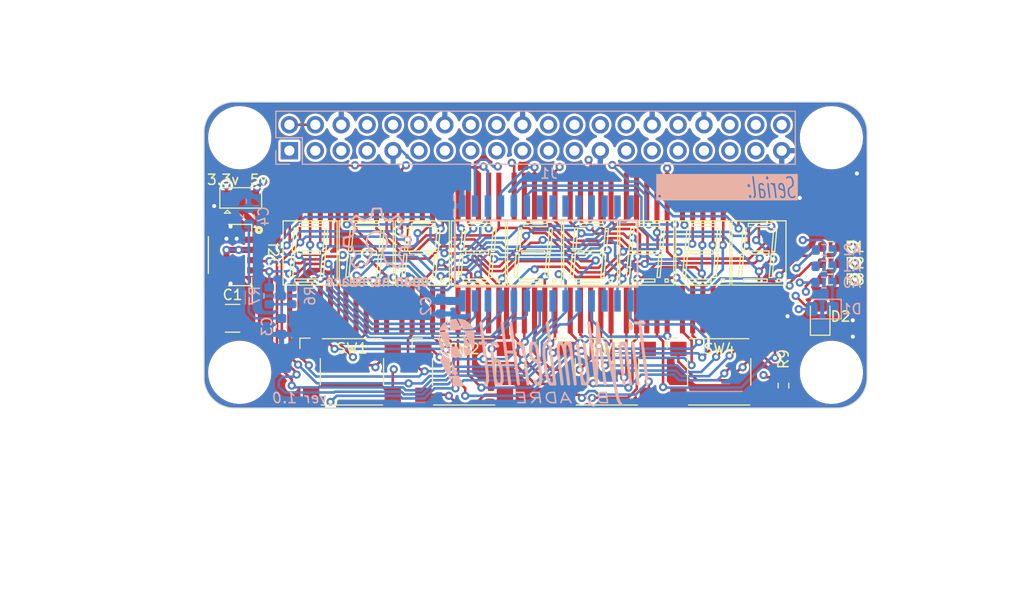
<source format=kicad_pcb>
(kicad_pcb (version 20241229) (generator "pcbnew") (generator_version "9.0")
  (title_block (date "15 nov 2012"))
  (layers (0 "F.Cu" signal) (4 "In1.Cu" signal) (6 "In2.Cu" signal) (2 "B.Cu" signal) (13 "F.Paste" user) (15 "B.Paste" user) (5 "F.SilkS" user "F.Silkscreen") (7 "B.SilkS" user "B.Silkscreen") (1 "F.Mask" user) (3 "B.Mask" user) (25 "Edge.Cuts" user))
  (net 0 "")
  (net 1 "GND")
  (net 2 "/GPIO2{slash}SDA1")
  (net 3 "/GPIO3{slash}SCL1")
  (net 4 "/GPIO4{slash}GPCLK0")
  (net 5 "/GPIO14{slash}TXD0")
  (net 6 "/GPIO15{slash}RXD0")
  (net 7 "/GPIO17")
  (net 8 "/GPIO18{slash}PCM.CLK")
  (net 9 "/GPIO27")
  (net 10 "/GPIO22")
  (net 11 "/GPIO23")
  (net 12 "/GPIO26")
  (net 13 "/GPIO24")
  (net 14 "/GPIO10{slash}SPI0.MOSI")
  (net 15 "/GPIO9{slash}SPI0.MISO")
  (net 16 "/GPIO25")
  (net 17 "/GPIO11{slash}SPI0.SCLK")
  (net 18 "/GPIO8{slash}SPI0.CE0")
  (net 19 "/GPIO7{slash}SPI0.CE1")
  (net 20 "/ID_SDA")
  (net 21 "/ID_SCL")
  (net 22 "/GPIO5")
  (net 23 "/GPIO6")
  (net 24 "/GPIO12{slash}PWM0")
  (net 25 "/GPIO13{slash}PWM1")
  (net 26 "/GPIO19{slash}PCM.FS")
  (net 27 "/GPIO16")
  (net 28 "/GPIO20{slash}PCM.DIN")
  (net 29 "/GPIO21{slash}PCM.DOUT")
  (net 30 "+5V")
  (net 31 "+3V3")
  (net 32 "Net-(D2-K)")
  (net 33 "Net-(R1-Pad1)")
  (net 34 "Net-(R2-Pad1)")
  (net 35 "Net-(R8-Pad1)")
  (net 36 "Net-(D1-K)")
  (net 37 "/an2")
  (net 38 "/an1")
  (net 39 "/an0")
  (net 40 "/ca0")
  (net 41 "/an4")
  (net 42 "/an3")
  (net 43 "/an7")
  (net 44 "/an6")
  (net 45 "/an5")
  (net 46 "/ca1")
  (net 47 "/ca2")
  (net 48 "/ca3")
  (net 49 "/ca4")
  (net 50 "/ca5")
  (net 51 "/ca6")
  (net 52 "/ca7")
  (net 53 "/an12")
  (net 54 "/an11")
  (net 55 "/an10")
  (net 56 "/an15")
  (net 57 "/an9")
  (net 58 "/an8")
  (net 59 "/an14")
  (net 60 "/an13")
  (net 61 "Net-(R9-Pad1)")
  (net 62 "/power")
  (footprint "LTP-305G:ALS314" (layer "F.Cu") (at 113.9 90.3)
    (property "Reference" "DPY2" (hide yes))
    (property "Value" "ALS314")
  )
  (footprint "Button_Switch_SMD:SW_SPST_Omron_B3FS-105xP" (layer "F.Cu") (at 150.5 96.45)
    (property "Reference" "SW4")
    (property "Value" "SW_Omron_B3FS")
  )
  (footprint "Button_Switch_SMD:SW_SPST_Omron_B3FS-105xP" (layer "F.Cu") (at 139.5 96.45)
    (property "Reference" "SW3")
    (property "Value" "SW_Omron_B3FS")
  )
  (footprint "LTP-305G:ALS314" (layer "F.Cu") (at 135.9 90.3)
    (property "Reference" "DPY6" (hide yes))
    (property "Value" "ALS314")
  )
  (footprint "LTP-305G:ALS314" (layer "F.Cu") (at 119.4 90.3)
    (property "Reference" "DPY3" (hide yes))
    (property "Value" "ALS314")
  )
  (footprint "Resistor_SMD:R_0603_1608Metric" (layer "F.Cu") (at 156.8 97.8 90)
    (property "Reference" "R9")
    (property "Value" "33k")
  )
  (footprint "LTP-305G:JST_SM04B-SRSS-TB(LF)(SN)" (layer "F.Cu") (at 105 85 -90)
    (property "Reference" "J2" (hide yes))
    (property "Value" "SM04B-SRSS-TB(LF)(SN)")
  )
  (footprint "Resistor_SMD:R_0603_1608Metric" (layer "F.Cu") (at 161.4 85.8 180)
    (property "Reference" "R2")
    (property "Value" "33k")
  )
  (footprint "Resistor_SMD:R_0603_1608Metric" (layer "F.Cu") (at 161.425 84.2 180)
    (property "Reference" "R1")
    (property "Value" "33k")
  )
  (footprint "Button_Switch_SMD:SW_SPST_Omron_B3FS-105xP" (layer "F.Cu") (at 114.5 96.45)
    (property "Reference" "SW1")
    (property "Value" "SW_Omron_B3FS" (hide yes))
  )
  (footprint "Button_Switch_SMD:SW_SPST_Omron_B3FS-105xP" (layer "F.Cu") (at 125.5 96.45)
    (property "Reference" "SW2")
    (property "Value" "SW_Omron_B3FS" (hide yes))
  )
  (footprint "LTP-305G:ALS314" (layer "F.Cu") (at 108.4 90.3)
    (property "Reference" "DPY1" (hide yes))
    (property "Value" "ALS314")
  )
  (footprint "Resistor_SMD:R_0603_1608Metric" (layer "F.Cu") (at 161.375 87.4)
    (property "Reference" "R8")
    (property "Value" "33k")
  )
  (footprint "LTP-305G:ALS314" (layer "F.Cu") (at 130.4 90.3)
    (property "Reference" "DPY5" (hide yes))
    (property "Value" "ALS314")
  )
  (footprint "LTP-305G:ALS314" (layer "F.Cu") (at 152.4 90.3)
    (property "Reference" "DPY9" (hide yes))
    (property "Value" "ALS314")
  )
  (footprint "RPi_Hat:RPi_Hat_Mounting_Hole" (layer "F.Cu") (at 161.5 96.5 180)
    (property "Reference" "" (hide yes))
    (property "Value" "" (hide yes))
  )
  (footprint "RPi_Hat:RPi_Hat_Mounting_Hole" (layer "F.Cu") (at 103.5 73.5 180)
    (property "Reference" "" (hide yes))
    (property "Value" "" (hide yes))
  )
  (footprint "Capacitor_SMD:C_1210_3225Metric_Pad1.33x2.70mm_HandSolder" (layer "F.Cu") (at 102.8 91.2)
    (property "Reference" "C1")
    (property "Value" "15uF")
  )
  (footprint "RPi_Hat:RPi_Hat_Mounting_Hole" (layer "F.Cu") (at 103.5 96.5 180)
    (property "Reference" "" (hide yes))
    (property "Value" "" (hide yes))
  )
  (footprint "LTP-305G:ALS314" (layer "F.Cu") (at 124.9 90.3)
    (property "Reference" "DPY4" (hide yes))
    (property "Value" "ALS314")
  )
  (footprint "Diode_SMD:D_0805_2012Metric_Pad1.15x1.40mm_HandSolder" (layer "F.Cu") (at 160.4 91 90)
    (property "Reference" "D2")
    (property "Value" "1N4148")
  )
  (footprint "Jumper:SolderJumper-3_P1.3mm_Bridged12_Pad1.0x1.5mm" (layer "F.Cu") (at 103.6 79.4)
    (property "Reference" "JP1" (hide yes))
    (property "Value" "Jumper_3_Bridged12")
  )
  (footprint "LTP-305G:ALS314" (layer "F.Cu") (at 141.4 90.3)
    (property "Reference" "DPY7" (hide yes))
    (property "Value" "ALS314")
  )
  (footprint "RPi_Hat:RPi_Hat_Mounting_Hole" (layer "F.Cu") (at 161.5 73.5 180)
    (property "Reference" "" (hide yes))
    (property "Value" "" (hide yes))
  )
  (footprint "LTP-305G:ALS314" (layer "F.Cu") (at 146.9 90.3)
    (property "Reference" "DPY8" (hide yes))
    (property "Value" "ALS314")
  )
  (footprint "Connector_PinSocket_2.54mm:PinSocket_2x20_P2.54mm_Vertical" (layer "B.Cu") (at 108.37 74.77 -90)
    (property "Reference" "J1")
    (property "Value" "GPIO")
  )
  (footprint "Capacitor_SMD:C_0603_1608Metric" (layer "B.Cu") (at 123.2 90 -90)
    (property "Reference" "C2")
    (property "Value" "10uF")
  )
  (footprint "Resistor_SMD:R_0603_1608Metric" (layer "B.Cu") (at 160.775 87.7 180)
    (property "Reference" "R3" (hide yes))
    (property "Value" "47k")
  )
  (footprint "Capacitor_SMD:C_0603_1608Metric" (layer "B.Cu") (at 104.4 81.2 90)
    (property "Reference" "C4")
    (property "Value" "10uF")
  )
  (footprint "LOGO" (layer "B.Cu") (at 117 84.4 180)
    (property "Reference" "G***" (hide yes))
    (property "Value" "LOGO" (hide yes))
  )
  (footprint "Resistor_SMD:R_0603_1608Metric" (layer "B.Cu") (at 160.775 86.1 180)
    (property "Reference" "R4" (hide yes))
    (property "Value" "47k")
  )
  (footprint "LOGO" (layer "B.Cu") (at 124.8 94.4 -177)
    (property "Reference" "G***" (hide yes))
    (property "Value" "LOGO" (hide yes))
  )
  (footprint "Resistor_SMD:R_0603_1608Metric" (layer "B.Cu") (at 160.8 84.5 180)
    (property "Reference" "R5" (hide yes))
    (property "Value" "47k")
  )
  (footprint "Holtek:SOIC127P1031X264-28N" (layer "B.Cu") (at 133.545 84.85 -90)
    (property "Reference" "IC1")
    (property "Value" "SamacSys_Parts_HT16K33-28SOP" (hide yes))
  )
  (footprint "Diode_SMD:D_0805_2012Metric_Pad1.15x1.40mm_HandSolder" (layer "B.Cu") (at 160.6 90.3 180)
    (property "Reference" "D1")
    (property "Value" "1N4148")
  )
  (footprint "Capacitor_SMD:C_0603_1608Metric" (layer "B.Cu") (at 107.6 92 -90)
    (property "Reference" "C3")
    (property "Value" "10uF")
  )
  (footprint "Resistor_SMD:R_0603_1608Metric" (layer "B.Cu") (at 108.6 89 -90)
    (property "Reference" "R6")
    (property "Value" "47k")
  )
  (footprint "Resistor_SMD:R_0603_1608Metric" (layer "B.Cu") (at 106.4 89 -90)
    (property "Reference" "R7")
    (property "Value" "10k")
  )
  (gr_arc (start 162 70) (mid 164.12132 70.87868) (end 165 73) (stroke (width 0.1)) (layer "Edge.Cuts"))
  (gr_line (start 165 97) (end 165 73) (stroke (width 0.1)) (layer "Edge.Cuts"))
  (gr_line (start 100 73) (end 100 97) (stroke (width 0.1)) (layer "Edge.Cuts"))
  (gr_arc (start 103 100) (mid 100.87868 99.12132) (end 100 97) (stroke (width 0.1)) (layer "Edge.Cuts"))
  (gr_line (start 103 100) (end 162 100) (stroke (width 0.1)) (layer "Edge.Cuts"))
  (gr_arc (start 165 97) (mid 164.12132 99.12132) (end 162 100) (stroke (width 0.1)) (layer "Edge.Cuts"))
  (gr_arc (start 100 73) (mid 100.87868 70.87868) (end 103 70) (stroke (width 0.1)) (layer "Edge.Cuts"))
  (gr_line (start 162 70) (end 103 70) (stroke (width 0.1)) (layer "Edge.Cuts"))
  (gr_text "5v\n" (at 104.4 78.2 0) (layer "F.SilkS") (effects (font (size 1 1)) (justify left bottom)))
  (gr_text "3.3v" (at 100.2 78.2 0) (layer "F.SilkS") (effects (font (size 1 1)) (justify left bottom)))
  (gr_text "Serial:           ." (at 158.2 79.6 0) (layer "B.SilkS" knockout) (effects (font (size 2 1) (thickness 0.15) (italic yes)) (justify left bottom mirror)))
  (gr_text "By ADRE" (at 140 99.6 0) (layer "B.SilkS") (effects (font (size 1 1.5) (thickness 0.15) (italic yes)) (justify left bottom mirror)))
  (gr_text "ver 1.0\n" (at 112.2 99.6 0) (layer "B.SilkS") (effects (font (size 1 1) (thickness 0.15) (italic yes)) (justify left bottom mirror)))
  (gr_text "TinyNumberHat" (at 144.2 98.4 0) (layer "B.SilkS") (effects (font (size 6 1.5) (thickness 0.3) (bold yes) (italic yes)) (justify left bottom mirror)))
  (segment (start 102.6 87.8) (end 101.125 87.8) (width 0.25) (layer "F.Cu") (net 1))
  (segment (start 103.2 83.4) (end 102.2 83.4) (width 0.6) (layer "F.Cu") (net 1))
  (segment (start 103.3 83.5) (end 103.2 83.4) (width 0.25) (layer "F.Cu") (net 1))
  (segment (start 102.6 82.2) (end 101.125 82.2) (width 0.25) (layer "F.Cu") (net 1))
  (segment (start 105 83.5) (end 103.3 83.5) (width 0.6) (layer "F.Cu") (net 1))
  (via (at 102.2 83.4) (size 0.8) (drill 0.4) (layers "F.Cu" "B.Cu") (net 1))
  (via (at 157.2 91) (size 0.8) (drill 0.4) (layers "F.Cu" "B.Cu") (net 1))
  (via (at 101 80.2) (size 0.8) (drill 0.4) (layers "F.Cu" "B.Cu") (net 1))
  (via (at 163.6 91.4) (size 0.8) (drill 0.4) (layers "F.Cu" "B.Cu") (net 1))
  (via (at 163.6 93) (size 0.8) (drill 0.4) (layers "F.Cu" "B.Cu") (net 1))
  (via (at 114.6 85) (size 0.8) (drill 0.4) (layers "F.Cu" "B.Cu") (net 1))
  (via (at 102.6 87.8) (size 0.8) (drill 0.4) (layers "F.Cu" "B.Cu") (net 1))
  (via (at 103.2 83.4) (size 0.8) (drill 0.4) (layers "F.Cu" "B.Cu") (net 1))
  (via (at 113.6 86.2) (size 0.8) (drill 0.4) (layers "F.Cu" "B.Cu") (net 1))
  (via (at 164 77) (size 0.8) (drill 0.4) (layers "F.Cu" "B.Cu") (net 1))
  (via (at 102.6 82.2) (size 0.8) (drill 0.4) (layers "F.Cu" "B.Cu") (net 1))
  (via (at 158.4 79.4) (size 0.8) (drill 0.4) (layers "F.Cu" "B.Cu") (net 1))
  (segment (start 118.53 74.77) (end 119.38 74.77) (width 0.25) (layer "B.Cu") (net 1))
  (segment (start 124.81 80.2) (end 125.29 80.2) (width 0.25) (layer "B.Cu") (net 1))
  (segment (start 119.38 74.77) (end 124.81 80.2) (width 0.25) (layer "B.Cu") (net 1))
  (segment (start 108.673087 85.8) (end 108.56489 85.691803) (width 0.25) (layer "F.Cu") (net 2))
  (segment (start 113.6 85) (end 113.45 85.15) (width 0.25) (layer "F.Cu") (net 2))
  (segment (start 113.45 85.15) (end 111.899695 85.15) (width 0.25) (layer "F.Cu") (net 2))
  (segment (start 109.538299 85.8) (end 108.673087 85.8) (width 0.25) (layer "F.Cu") (net 2))
  (segment (start 111.624695 85.425) (end 109.913299 85.425) (width 0.25) (layer "F.Cu") (net 2))
  (segment (start 109.913299 85.425) (end 109.538299 85.8) (width 0.25) (layer "F.Cu") (net 2))
  (segment (start 105.1 85.6) (end 105 85.5) (width 0.25) (layer "F.Cu") (net 2))
  (segment (start 106.4 85.6) (end 105.1 85.6) (width 0.25) (layer "F.Cu") (net 2))
  (segment (start 111.899695 85.15) (end 111.624695 85.425) (width 0.25) (layer "F.Cu") (net 2))
  (via (at 108.56489 85.691803) (size 0.8) (drill 0.4) (layers "F.Cu" "B.Cu") (net 2))
  (via (at 113.6 85) (size 0.8) (drill 0.4) (layers "F.Cu" "B.Cu") (net 2))
  (via (at 106.4 85.6) (size 0.8) (drill 0.4) (layers "F.Cu" "B.Cu") (net 2))
  (segment (start 108.6 87.6) (end 108.6 88.175) (width 0.25) (layer "B.Cu") (net 2))
  (segment (start 108.56489 85.691803) (end 109.2 86.326913) (width 0.25) (layer "B.Cu") (net 2))
  (segment (start 109.2 87) (end 108.6 87.6) (width 0.25) (layer "B.Cu") (net 2))
  (segment (start 106.491803 85.691803) (end 108.56489 85.691803) (width 0.25) (layer "B.Cu") (net 2))
  (segment (start 106.4 85.6) (end 106.491803 85.691803) (width 0.25) (layer "B.Cu") (net 2))
  (segment (start 125.85 91.75) (end 126.56 91.04) (width 0.25) (layer "B.Cu") (net 2))
  (segment (start 126.56 91.04) (end 126.56 89.5) (width 0.25) (layer "B.Cu") (net 2))
  (segment (start 109.2 86.326913) (end 109.2 87) (width 0.25) (layer "B.Cu") (net 2))
  (segment (start 112.875 88.128247) (end 116.496753 91.75) (width 0.25) (layer "B.Cu") (net 2))
  (segment (start 113.6 85) (end 112.875 85.725) (width 0.25) (layer "B.Cu") (net 2))
  (segment (start 116.496753 91.75) (end 125.85 91.75) (width 0.25) (layer "B.Cu") (net 2))
  (segment (start 112.875 85.725) (end 112.875 88.128247) (width 0.25) (layer "B.Cu") (net 2))
  (segment (start 106.3 86.5) (end 106.400008 86.600008) (width 0.25) (layer "F.Cu") (net 3))
  (segment (start 110.099695 85.875) (end 109.149063 86.825632) (width 0.25) (layer "F.Cu") (net 3))
  (segment (start 105 86.5) (end 106.3 86.5) (width 0.25) (layer "F.Cu") (net 3))
  (segment (start 109.149063 86.825632) (end 108.349062 86.825632) (width 0.25) (layer "F.Cu") (net 3))
  (segment (start 112.2 85.875) (end 110.099695 85.875) (width 0.25) (layer "F.Cu") (net 3))
  (via (at 112.2 85.875) (size 0.8) (drill 0.4) (layers "F.Cu" "B.Cu") (net 3))
  (via (at 108.349062 86.825632) (size 0.8) (drill 0.4) (layers "F.Cu" "B.Cu") (net 3))
  (via (at 106.400008 86.600008) (size 0.8) (drill 0.4) (layers "F.Cu" "B.Cu") (net 3))
  (segment (start 108.12343 86.6) (end 108.349062 86.825632) (width 0.25) (layer "B.Cu") (net 3))
  (segment (start 106.400016 86.6) (end 108.12343 86.6) (width 0.25) (layer "B.Cu") (net 3))
  (segment (start 127.83 89.5) (end 127.83 90.97) (width 0.25) (layer "B.Cu") (net 3))
  (segment (start 106.400008 86.600008) (end 106.400016 86.6) (width 0.25) (layer "B.Cu") (net 3))
  (segment (start 116.431067 92.25) (end 112.475 88.293933) (width 0.25) (layer "B.Cu") (net 3))
  (segment (start 127.83 90.97) (end 126.55 92.25) (width 0.25) (layer "B.Cu") (net 3))
  (segment (start 106.400008 86.600008) (end 106.400008 88.174992) (width 0.25) (layer "B.Cu") (net 3))
  (segment (start 126.55 92.25) (end 116.431067 92.25) (width 0.25) (layer "B.Cu") (net 3))
  (segment (start 112.475 86.15) (end 112.2 85.875) (width 0.25) (layer "B.Cu") (net 3))
  (segment (start 112.475 88.293933) (end 112.475 86.15) (width 0.25) (layer "B.Cu") (net 3))
  (segment (start 106.400008 88.174992) (end 106.4 88.175) (width 0.25) (layer "B.Cu") (net 3))
  (segment (start 104.9 78.7) (end 105.2 78.4) (width 0.25) (layer "F.Cu") (net 30))
  (segment (start 105.2 78.4) (end 105.8 77.8) (width 0.25) (layer "F.Cu") (net 30))
  (segment (start 104.9 79.4) (end 104.9 78.7) (width 0.25) (layer "F.Cu") (net 30))
  (segment (start 110.91 72.23) (end 108.37 72.23) (width 0.25) (layer "F.Cu") (net 30))
  (via (at 105.8 77.8) (size 0.8) (drill 0.4) (layers "F.Cu" "B.Cu") (net 30))
  (via (at 105.2 78.4) (size 0.8) (drill 0.4) (layers "F.Cu" "B.Cu") (net 30))
  (segment (start 102.2 79.3) (end 102.3 79.4) (width 0.25) (layer "F.Cu") (net 31))
  (segment (start 102.2 78.2) (end 102.2 79.3) (width 0.25) (layer "F.Cu") (net 31))
  (via (at 102.2 78.2) (size 0.8) (drill 0.4) (layers "F.Cu" "B.Cu") (net 31))
  (segment (start 121.5 94.2) (end 122.287637 94.2) (width 0.25) (layer "F.Cu") (net 32))
  (segment (start 138.050896 99) (end 138.037991 99.012905) (width 0.25) (layer "F.Cu") (net 32))
  (segment (start 141.554595 99) (end 138.050896 99) (width 0.25) (layer "F.Cu") (net 32))
  (segment (start 155.68547 95.755338) (end 157.044662 95.755338) (width 0.25) (layer "F.Cu") (net 32))
  (segment (start 154.5 94.569868) (end 155.68547 95.755338) (width 0.25) (layer "F.Cu") (net 32))
  (segment (start 112.1 95.8) (end 116.6 95.8) (width 0.25) (layer "F.Cu") (net 32))
  (segment (start 122.287637 94.2) (end 123.097197 95.00956) (width 0.25) (layer "F.Cu") (net 32))
  (segment (start 129.5 94.2) (end 128.2 94.2) (width 0.25) (layer "F.Cu") (net 32))
  (segment (start 116.8 95.9) (end 118.5 94.2) (width 0.25) (layer "F.Cu") (net 32))
  (segment (start 152.7 96) (end 151.425 97.275) (width 0.25) (layer "F.Cu") (net 32))
  (segment (start 143.5 94.2) (end 142.425 95.275) (width 0.25) (layer "F.Cu") (net 32))
  (segment (start 134.6 94.2) (end 134.2 94.6) (width 0.25) (layer "F.Cu") (net 32))
  (segment (start 151.425 97.275) (end 148.320439 97.275) (width 0.25) (layer "F.Cu") (net 32))
  (segment (start 159.375 92.025) (end 160.4 92.025) (width 0.25) (layer "F.Cu") (net 32))
  (segment (start 142.425 98.129595) (end 141.554595 99) (width 0.25) (layer "F.Cu") (net 32))
  (segment (start 157.044662 95.755338) (end 158.275 94.525) (width 0.25) (layer "F.Cu") (net 32))
  (segment (start 152.8 96) (end 152.7 96) (width 0.25) (layer "F.Cu") (net 32))
  (segment (start 154.5 94.2) (end 154.5 94.569868) (width 0.25) (layer "F.Cu") (net 32))
  (segment (start 148.320439 97.275) (end 146.5 95.454561) (width 0.25) (layer "F.Cu") (net 32))
  (segment (start 158.275 93.125) (end 159.375 92.025) (width 0.25) (layer "F.Cu") (net 32))
  (segment (start 135.5 94.2) (end 134.6 94.2) (width 0.25) (layer "F.Cu") (net 32))
  (segment (start 116.6 95.8) (end 116.8 96) (width 0.25) (layer "F.Cu") (net 32))
  (segment (start 146.5 95.454561) (end 146.5 94.2) (width 0.25) (layer "F.Cu") (net 32))
  (segment (start 116.8 96) (end 116.8 95.9) (width 0.25) (layer "F.Cu") (net 32))
  (segment (start 110.5 94.2) (end 112.1 95.8) (width 0.25) (layer "F.Cu") (net 32))
  (segment (start 152.8 95.9) (end 152.8 96) (width 0.25) (layer "F.Cu") (net 32))
  (segment (start 142.425 95.275) (end 142.425 98.129595) (width 0.25) (layer "F.Cu") (net 32))
  (segment (start 154.5 94.2) (end 152.8 95.9) (width 0.25) (layer "F.Cu") (net 32))
  (segment (start 158.275 94.525) (end 158.275 93.125) (width 0.25) (layer "F.Cu") (net 32))
  (via (at 116.8 96) (size 0.8) (drill 0.4) (layers "F.Cu" "B.Cu") (net 32))
  (via (at 138.037991 99.012905) (size 0.8) (drill 0.4) (layers "F.Cu" "B.Cu") (net 32))
  (via (at 123.097197 95.00956) (size 0.8) (drill 0.4) (layers "F.Cu" "B.Cu") (net 32))
  (via (at 134.2 94.6) (size 0.8) (drill 0.4) (layers "F.Cu" "B.Cu") (net 32))
  (via (at 128.2 94.2) (size 0.8) (drill 0.4) (layers "F.Cu" "B.Cu") (net 32))
  (via (at 152.8 96) (size 0.8) (drill 0.4) (layers "F.Cu" "B.Cu") (net 32))
  (segment (start 163.6 84) (end 163.4 84.2) (width 0.25) (layer "F.Cu") (net 33))
  (segment (start 118.5 96.3) (end 118.6 96.2) (width 0.25) (layer "F.Cu") (net 33))
  (segment (start 117.4 97.8) (end 118.3 98.7) (width 0.25) (layer "F.Cu") (net 33))
  (segment (start 118.5 98.7) (end 118.5 96.3) (width 0.25) (layer "F.Cu") (net 33))
  (segment (start 110.5 98.7) (end 111.4 97.8) (width 0.25) (layer "F.Cu") (net 33))
  (segment (start 111.4 97.8) (end 117.4 97.8) (width 0.25) (layer "F.Cu") (net 33))
  (segment (start 118.3 98.7) (end 118.5 98.7) (width 0.25) (layer "F.Cu") (net 33))
  (segment (start 163.4 84.2) (end 162.25 84.2) (width 0.25) (layer "F.Cu") (net 33))
  (via (at 163.6 84.2) (size 0.8) (drill 0.4) (layers "F.Cu" "B.Cu") (net 33))
  (via (at 118.6 96.2) (size 0.8) (drill 0.4) (layers "F.Cu" "B.Cu") (net 33))
  (segment (start 123.9 98.7) (end 124 98.8) (width 0.25) (layer "F.Cu") (net 34))
  (segment (start 121.5 98.7) (end 123.9 98.7) (width 0.25) (layer "F.Cu") (net 34))
  (segment (start 126.6 99.6) (end 124.8 99.6) (width 0.25) (layer "F.Cu") (net 34))
  (segment (start 127.5 98.7) (end 126.6 99.6) (width 0.25) (layer "F.Cu") (net 34))
  (segment (start 162.225 85.8) (end 163.8 85.8) (width 0.25) (layer "F.Cu") (net 34))
  (segment (start 129.5 98.7) (end 127.5 98.7) (width 0.25) (layer "F.Cu") (net 34))
  (segment (start 124.8 99.6) (end 124 98.8) (width 0.25) (layer "F.Cu") (net 34))
  (via (at 163.8 85.8) (size 0.8) (drill 0.4) (layers "F.Cu" "B.Cu") (net 34))
  (via (at 124 98.8) (size 0.8) (drill 0.4) (layers "F.Cu" "B.Cu") (net 34))
  (segment (start 159.654595 87.4) (end 159 88.054595) (width 0.25) (layer "F.Cu") (net 35))
  (segment (start 160.55 87.4) (end 159.654595 87.4) (width 0.25) (layer "F.Cu") (net 35))
  (segment (start 135.5 98.7) (end 136.729865 98.7) (width 0.25) (layer "F.Cu") (net 35))
  (segment (start 143.6 98.6) (end 143.5 98.7) (width 0.25) (layer "F.Cu") (net 35))
  (segment (start 159 88.054595) (end 159 88.6) (width 0.25) (layer "F.Cu") (net 35))
  (segment (start 143.6 97.399996) (end 143.6 98.6) (width 0.25) (layer "F.Cu") (net 35))
  (segment (start 136.729865 98.7) (end 137.04277 99.012905) (width 0.25) (layer "F.Cu") (net 35))
  (via (at 159 88.6) (size 0.8) (drill 0.4) (layers "F.Cu" "B.Cu") (net 35))
  (via (at 143.6 97.399996) (size 0.8) (drill 0.4) (layers "F.Cu" "B.Cu") (net 35))
  (via (at 137.04277 99.012905) (size 0.8) (drill 0.4) (layers "F.Cu" "B.Cu") (net 35))
  (segment (start 137.71777 98.337905) (end 137.04277 99.012905) (width 0.25) (layer "B.Cu") (net 35))
  (segment (start 142.317943 98.682053) (end 138.661734 98.682053) (width 0.25) (layer "B.Cu") (net 35))
  (segment (start 143.6 97.399996) (end 142.317943 98.682053) (width 0.25) (layer "B.Cu") (net 35))
  (segment (start 138.317586 98.337905) (end 137.71777 98.337905) (width 0.25) (layer "B.Cu") (net 35))
  (segment (start 138.661734 98.682053) (end 138.317586 98.337905) (width 0.25) (layer "B.Cu") (net 35))
  (segment (start 161.6 84.3) (end 161.6 87.7) (width 0.25) (layer "B.Cu") (net 36))
  (segment (start 161.6 90.275) (end 161.625 90.3) (width 0.25) (layer "B.Cu") (net 36))
  (segment (start 161.6 87.7) (end 161.6 90.275) (width 0.25) (layer "B.Cu") (net 36))
  (segment (start 133.4 87.1) (end 133.4 90.3) (width 0.25) (layer "F.Cu") (net 37))
  (segment (start 123.722667 94.295178) (end 122.4 92.972511) (width 0.25) (layer "F.Cu") (net 37))
  (segment (start 155.965065 93.240065) (end 155.965065 95.080338) (width 0.25) (layer "F.Cu") (net 37))
  (segment (start 155.4 92.675) (end 155.965065 93.240065) (width 0.25) (layer "F.Cu") (net 37))
  (segment (start 144.4 92.87019) (end 144.4 90.3) (width 0.25) (layer "F.Cu") (net 37))
  (segment (start 111.4 90.3) (end 111.4 92.8) (width 0.25) (layer "F.Cu") (net 37))
  (segment (start 111.4 92.8) (end 112.8 94.2) (width 0.25) (layer "F.Cu") (net 37))
  (segment (start 145 97.9495) (end 145 93.47019) (width 0.25) (layer "F.Cu") (net 37))
  (segment (start 122.4 92.972511) (end 122.4 90.3) (width 0.25) (layer "F.Cu") (net 37))
  (segment (start 145 93.47019) (end 144.4 92.87019) (width 0.25) (layer "F.Cu") (net 37))
  (segment (start 155.4 90.3) (end 155.4 92.675) (width 0.25) (layer "F.Cu") (net 37))
  (via (at 123.722667 94.295178) (size 0.8) (drill 0.4) (layers "F.Cu" "B.Cu") (net 37))
  (via (at 158.076944 86.276944) (size 0.8) (drill 0.4) (layers "F.Cu" "B.Cu") (net 37))
  (via (at 133.4 87.1) (size 0.8) (drill 0.4) (layers "F.Cu" "B.Cu") (net 37))
  (via (at 155.965065 95.080338) (size 0.8) (drill 0.4) (layers "F.Cu" "B.Cu") (net 37))
  (via (at 145 97.9495) (size 0.8) (drill 0.4) (layers "F.Cu" "B.Cu") (net 37))
  (via (at 112.8 94.2) (size 0.8) (drill 0.4) (layers "F.Cu" "B.Cu") (net 37))
  (segment (start 159.975 84.5) (end 159.853888 84.5) (width 0.25) (layer "B.Cu") (net 37))
  (segment (start 152.656493 98) (end 155.576155 95.080338) (width 0.25) (layer "B.Cu") (net 37))
  (segment (start 145 97.9495) (end 145.0505 98) (width 0.25) (layer "B.Cu") (net 37))
  (segment (start 155.576155 95.080338) (end 155.965065 95.080338) (width 0.25) (layer "B.Cu") (net 37))
  (segment (start 123.627489 94.2) (end 123.722667 94.295178) (width 0.25) (layer "B.Cu") (net 37))
  (segment (start 131.64 88.45) (end 131.64 89.5) (width 0.25) (layer "B.Cu") (net 37))
  (segment (start 123.722667 94.295178) (end 124.492845 93.525) (width 0.25) (layer "B.Cu") (net 37))
  (segment (start 132.99 87.1) (end 131.64 88.45) (width 0.25) (layer "B.Cu") (net 37))
  (segment (start 130.535966 91.2) (end 131.3 91.2) (width 0.25) (layer "B.Cu") (net 37))
  (segment (start 131.3 91.2) (end 131.64 90.86) (width 0.25) (layer "B.Cu") (net 37))
  (segment (start 112.8 94.2) (end 123.627489 94.2) (width 0.25) (layer "B.Cu") (net 37))
  (segment (start 145 97.9495) (end 144.9505 97.9) (width 0.25) (layer "B.Cu") (net 37))
  (segment (start 145.0505 98) (end 152.656493 98) (width 0.25) (layer "B.Cu") (net 37))
  (segment (start 159.853888 84.5) (end 158.076944 86.276944) (width 0.25) (layer "B.Cu") (net 37))
  (segment (start 124.492845 93.525) (end 128.210966 93.525) (width 0.25) (layer "B.Cu") (net 37))
  (segment (start 133.4 87.1) (end 132.99 87.1) (width 0.25) (layer "B.Cu") (net 37))
  (segment (start 131.64 90.86) (end 131.64 89.5) (width 0.25) (layer "B.Cu") (net 37))
  (segment (start 128.210966 93.525) (end 130.535966 91.2) (width 0.25) (layer "B.Cu") (net 37))
  (segment (start 145.4 79.3) (end 145.4 76.5) (width 0.25) (layer "F.Cu") (net 38))
  (segment (start 155.076042 83.744363) (end 153.465002 85.355403) (width 0.25) (layer "F.Cu") (net 38))
  (segment (start 140.806085 83.35) (end 141.831354 84.375269) (width 0.25) (layer "F.Cu") (net 38))
  (segment (start 141.831354 84.874723) (end 141.106077 85.6) (width 0.25) (layer "F.Cu") (net 38))
  (segment (start 134.857326 76.367327) (end 134.4 76.824653) (width 0.25) (layer "F.Cu") (net 38))
  (segment (start 136.325 83.6) (end 138.806801 83.6) (width 0.25) (layer "F.Cu") (net 38))
  (segment (start 146.099695 85.355403) (end 145.4 84.655708) (width 0.25) (layer "F.Cu") (net 38))
  (segment (start 134.4 79.3) (end 134.4 81.675) (width 0.25) (layer "F.Cu") (net 38))
  (segment (start 141.831354 84.375269) (end 141.831354 84.874723) (width 0.25) (layer "F.Cu") (net 38))
  (segment (start 156.4 79.3) (end 156.4 82.8) (width 0.25) (layer "F.Cu") (net 38))
  (segment (start 139.056801 83.35) (end 140.806085 83.35) (width 0.25) (layer "F.Cu") (net 38))
  (segment (start 112.4 79.3) (end 112.4 84.013299) (width 0.25) (layer "F.Cu") (net 38))
  (segment (start 134.4 76.824653) (end 134.4 79.3) (width 0.25) (layer "F.Cu") (net 38))
  (segment (start 123.4 79.3) (end 123.4 82.2) (width 0.25) (layer "F.Cu") (net 38))
  (segment (start 135.413774 86.15) (end 132.65 86.15) (width 0.25) (layer "F.Cu") (net 38))
  (segment (start 139.139416 87.15) (end 136.413774 87.15) (width 0.25) (layer "F.Cu") (net 38))
  (segment (start 109.337993 84.975) (end 109.319172 84.993821) (width 0.25) (layer "F.Cu") (net 38))
  (segment (start 138.806801 83.6) (end 139.056801 83.35) (width 0.25) (layer "F.Cu") (net 38))
  (segment (start 123.4 82.2) (end 123.2 82.4) (width 0.25) (layer "F.Cu") (net 38))
  (segment (start 136.413774 87.15) (end 135.413774 86.15) (width 0.25) (layer "F.Cu") (net 38))
  (segment (start 132.65 86.15) (end 132.4 86.4) (width 0.25) (layer "F.Cu") (net 38))
  (segment (start 140.689416 85.6) (end 139.139416 87.15) (width 0.25) (layer "F.Cu") (net 38))
  (segment (start 153.465002 85.355403) (end 146.099695 85.355403) (width 0.25) (layer "F.Cu") (net 38))
  (segment (start 156.4 82.8) (end 155.455637 83.744363) (width 0.25) (layer "F.Cu") (net 38))
  (segment (start 145.4 84.655708) (end 145.4 79.3) (width 0.25) (layer "F.Cu") (net 38))
  (segment (start 134.4 81.675) (end 136.325 83.6) (width 0.25) (layer "F.Cu") (net 38))
  (segment (start 112.4 84.013299) (end 111.438299 84.975) (width 0.25) (layer "F.Cu") (net 38))
  (segment (start 111.438299 84.975) (end 109.337993 84.975) (width 0.25) (layer "F.Cu") (net 38))
  (segment (start 155.455637 83.744363) (end 155.076042 83.744363) (width 0.25) (layer "F.Cu") (net 38))
  (segment (start 141.106077 85.6) (end 140.689416 85.6) (width 0.25) (layer "F.Cu") (net 38))
  (via (at 158.7 83.537921) (size 0.8) (drill 0.4) (layers "F.Cu" "B.Cu") (net 38))
  (via (at 134.857326 76.367327) (size 0.8) (drill 0.4) (layers "F.Cu" "B.Cu") (net 38))
  (via (at 123.2 82.4) (size 0.8) (drill 0.4) (layers "F.Cu" "B.Cu") (net 38))
  (via (at 109.319172 84.993821) (size 0.8) (drill 0.4) (layers "F.Cu" "B.Cu") (net 38))
  (via (at 145.4 76.5) (size 0.8) (drill 0.4) (layers "F.Cu" "B.Cu") (net 38))
  (via (at 132.4 86.4) (size 0.8) (drill 0.4) (layers "F.Cu" "B.Cu") (net 38))
  (segment (start 160.8 83.8) (end 160.8 85.25) (width 0.25) (layer "B.Cu") (net 38))
  (segment (start 109.85 86.800305) (end 109.85 85.524649) (width 0.25) (layer "B.Cu") (net 38))
  (segment (start 122.075 81.275) (end 123.2 82.4) (width 0.25) (layer "B.Cu") (net 38))
  (segment (start 107.382027 83.754688) (end 109.861715 81.275) (width 0.25) (layer "B.Cu") (net 38))
  (segment (start 131.880547 86.4) (end 130.9008 87.379747) (width 0.25) (layer "B.Cu") (net 38))
  (segment (start 107.382027 84.355298) (end 107.382027 83.754688) (width 0.25) (layer "B.Cu") (net 38))
  (segment (start 109.292154 84.966803) (end 107.993532 84.966803) (width 0.25) (layer "B.Cu") (net 38))
  (segment (start 130.37 90.80028) (end 128.04528 93.125) (width 0.25) (layer "B.Cu") (net 38))
  (segment (start 130.9008 87.379747) (end 130.37 87.910547) (width 0.25) (layer "B.Cu") (net 38))
  (segment (start 132.4 86.4) (end 131.880547 86.4) (width 0.25) (layer "B.Cu") (net 38))
  (segment (start 160.8 85.25) (end 159.95 86.1) (width 0.25) (layer "B.Cu") (net 38))
  (segment (start 109.319172 84.993821) (end 109.292154 84.966803) (width 0.25) (layer "B.Cu") (net 38))
  (segment (start 130.37 87.910547) (end 130.37 89.5) (width 0.25) (layer "B.Cu") (net 38))
  (segment (start 109.85 85.524649) (end 109.319172 84.993821) (width 0.25) (layer "B.Cu") (net 38))
  (segment (start 109.861715 81.275) (end 122.075 81.275) (width 0.25) (layer "B.Cu") (net 38))
  (segment (start 160.537921 83.537921) (end 160.8 83.8) (width 0.25) (layer "B.Cu") (net 38))
  (segment (start 128.04528 93.125) (end 116.174696 93.125001) (width 0.25) (layer "B.Cu") (net 38))
  (segment (start 107.993532 84.966803) (end 107.382027 84.355298) (width 0.25) (layer "B.Cu") (net 38))
  (segment (start 130.37 89.5) (end 130.37 90.80028) (width 0.25) (layer "B.Cu") (net 38))
  (segment (start 158.7 83.537921) (end 160.537921 83.537921) (width 0.25) (layer "B.Cu") (net 38))
  (segment (start 116.174696 93.125001) (end 109.85 86.800305) (width 0.25) (layer "B.Cu") (net 38))
  (segment (start 122.4 79.3) (end 122.4 81.8) (width 0.25) (layer "F.Cu") (net 39))
  (segment (start 133.975 81.975) (end 136 84) (width 0.25) (layer "F.Cu") (net 39))
  (segment (start 130.779854 85.6) (end 135.6 85.6) (width 0.25) (layer "F.Cu") (net 39))
  (segment (start 144.460782 82.860786) (end 144.399996 82.8) (width 0.25) (layer "F.Cu") (net 39))
  (segment (start 139.043197 84) (end 139.243197 83.8) (width 0.25) (layer "F.Cu") (net 39))
  (segment (start 129.232266 87.147588) (end 130.779854 85.6) (width 0.25) (layer "F.Cu") (net 39))
  (segment (start 111.4 79.3) (end 111.4 84.023067) (width 0.25) (layer "F.Cu") (net 39))
  (segment (start 138.95302 86.7) (end 140.541339 85.111681) (width 0.25) (layer "F.Cu") (net 39))
  (segment (start 133.4 81.975) (end 133.975 81.975) (width 0.25) (layer "F.Cu") (net 39))
  (segment (start 144.4 82.799996) (end 144.399996 82.8) (width 0.25) (layer "F.Cu") (net 39))
  (segment (start 140.639801 85.111681) (end 141.08294 84.668542) (width 0.25) (layer "F.Cu") (net 39))
  (segment (start 144.4 79.3) (end 144.4 82.799996) (width 0.25) (layer "F.Cu") (net 39))
  (segment (start 122.4 81.8) (end 121.35053 82.84947) (width 0.25) (layer "F.Cu") (net 39))
  (segment (start 140.541339 85.111681) (end 140.639801 85.111681) (width 0.25) (layer "F.Cu") (net 39))
  (segment (start 111.4 84.023067) (end 111.415788 84.038855) (width 0.25) (layer "F.Cu") (net 39))
  (segment (start 141.08294 84.28294) (end 141.08294 84.668542) (width 0.25) (layer "F.Cu") (net 39))
  (segment (start 140.6 83.8) (end 141.08294 84.28294) (width 0.25) (layer "F.Cu") (net 39))
  (segment (start 129.232266 87.295394) (end 129.232266 87.147588) (width 0.25) (layer "F.Cu") (net 39))
  (segment (start 136 84) (end 139.043197 84) (width 0.25) (layer "F.Cu") (net 39))
  (segment (start 133.4 79.3) (end 133.4 81.975) (width 0.25) (layer "F.Cu") (net 39))
  (segment (start 155.4 79.3) (end 155.4 81.971291) (width 0.25) (layer "F.Cu") (net 39))
  (segment (start 135.6 85.6) (end 136.7 86.7) (width 0.25) (layer "F.Cu") (net 39))
  (segment (start 136.7 86.7) (end 138.95302 86.7) (width 0.25) (layer "F.Cu") (net 39))
  (segment (start 121.35053 82.84947) (end 120.934016 82.84947) (width 0.25) (layer "F.Cu") (net 39))
  (segment (start 139.243197 83.8) (end 140.6 83.8) (width 0.25) (layer "F.Cu") (net 39))
  (segment (start 144.460782 84.7) (end 144.460782 82.860786) (width 0.25) (layer "F.Cu") (net 39))
  (segment (start 155.4 81.971291) (end 155.61713 82.188421) (width 0.25) (layer "F.Cu") (net 39))
  (via (at 111.415788 84.038855) (size 0.8) (drill 0.4) (layers "F.Cu" "B.Cu") (net 39))
  (via (at 120.934016 82.84947) (size 0.8) (drill 0.4) (layers "F.Cu" "B.Cu") (net 39))
  (via (at 129.232266 87.295394) (size 0.8) (drill 0.4) (layers "F.Cu" "B.Cu") (net 39))
  (via (at 144.399996 82.8) (size 0.8) (drill 0.4) (layers "F.Cu" "B.Cu") (net 39))
  (via (at 144.460782 84.7) (size 0.8) (drill 0.4) (layers "F.Cu" "B.Cu") (net 39))
  (via (at 155.61713 82.188421) (size 0.8) (drill 0.4) (layers "F.Cu" "B.Cu") (net 39))
  (via (at 158.4 87.7) (size 0.8) (drill 0.4) (layers "F.Cu" "B.Cu") (net 39))
  (via (at 141.08294 84.668542) (size 0.8) (drill 0.4) (layers "F.Cu" "B.Cu") (net 39))
  (segment (start 120.934016 82.84947) (end 120.934016 83.770912) (width 0.25) (layer "B.Cu") (net 39))
  (segment (start 111.526933 84.15) (end 111.415788 84.038855) (width 0.25) (layer "B.Cu") (net 39))
  (segment (start 141.326482 84.425) (end 141.08294 84.668542) (width 0.25) (layer "B.Cu") (net 39))
  (segment (start 129.1 90.614034) (end 127.014034 92.7) (width 0.25) (layer "B.Cu") (net 39))
  (segment (start 151.494019 82.730415) (end 151.888604 83.125) (width 0.25) (layer "B.Cu") (net 39))
  (segment (start 153.399084 83.125) (end 154.335663 82.188421) (width 0.25) (layer "B.Cu") (net 39))
  (segment (start 129.232266 87.295394) (end 129.1 87.42766) (width 0.25) (layer "B.Cu") (net 39))
  (segment (start 127.014034 92.7) (end 116.315381 92.7) (width 0.25) (layer "B.Cu") (net 39))
  (segment (start 112.075 87.045405) (end 111.415788 86.386193) (width 0.25) (layer "B.Cu") (net 39))
  (segment (start 129.1 89.5) (end 129.1 90.614034) (width 0.25) (layer "B.Cu") (net 39))
  (segment (start 144.469581 82.730415) (end 151.494019 82.730415) (width 0.25) (layer "B.Cu") (net 39))
  (segment (start 144.399996 82.8) (end 144.469581 82.730415) (width 0.25) (layer "B.Cu") (net 39))
  (segment (start 116.315381 92.7) (end 112.075 88.459619) (width 0.25) (layer "B.Cu") (net 39))
  (segment (start 144.460782 84.7) (end 144.185782 84.425) (width 0.25) (layer "B.Cu") (net 39))
  (segment (start 154.335663 82.188421) (end 155.61713 82.188421) (width 0.25) (layer "B.Cu") (net 39))
  (segment (start 112.075 88.459619) (end 112.075 87.045405) (width 0.25) (layer "B.Cu") (net 39))
  (segment (start 151.888604 83.125) (end 153.399084 83.125) (width 0.25) (layer "B.Cu") (net 39))
  (segment (start 111.415788 86.386193) (end 111.415788 84.038855) (width 0.25) (layer "B.Cu") (net 39))
  (segment (start 129.1 87.42766) (end 129.1 89.5) (width 0.25) (layer "B.Cu") (net 39))
  (segment (start 120.554928 84.15) (end 111.526933 84.15) (width 0.25) (layer "B.Cu") (net 39))
  (segment (start 120.934016 83.770912) (end 120.554928 84.15) (width 0.25) (layer "B.Cu") (net 39))
  (segment (start 159.95 87.7) (end 158.4 87.7) (width 0.25) (layer "B.Cu") (net 39))
  (segment (start 144.185782 84.425) (end 141.326482 84.425) (width 0.25) (layer "B.Cu") (net 39))
  (segment (start 115.275 93.3) (end 115.9 92.675) (width 0.25) (layer "F.Cu") (net 40))
  (segment (start 110.4 79.3) (end 110.4 84) (width 0.25) (layer "F.Cu") (net 40))
  (segment (start 110.675 87.325) (end 112.50962 87.325) (width 0.25) (layer "F.Cu") (net 40))
  (segment (start 115.8 76.2) (end 116 76.4) (width 0.25) (layer "F.Cu") (net 40))
  (segment (start 116 76.4) (end 116 79.2) (width 0.25) (layer "F.Cu") (net 40))
  (segment (start 116 79.2) (end 115.9 79.3) (width 0.25) (layer "F.Cu") (net 40))
  (segment (start 110.6 76.2) (end 114.8 76.2) (width 0.25) (layer "F.Cu") (net 40))
  (segment (start 115.9 92.675) (end 115.9 90.3) (width 0.25) (layer "F.Cu") (net 40))
  (segment (start 110.4 79.3) (end 110.4 76.4) (width 0.25) (layer "F.Cu") (net 40))
  (segment (start 112.50962 87.325) (end 113.2 88.01538) (width 0.25) (layer "F.Cu") (net 40))
  (segment (start 110.4 76.4) (end 110.6 76.2) (width 0.25) (layer "F.Cu") (net 40))
  (segment (start 110.4 90.3) (end 110.4 87.6) (width 0.25) (layer "F.Cu") (net 40))
  (segment (start 114.8 76.2) (end 115.8 76.2) (width 0.25) (layer "F.Cu") (net 40))
  (segment (start 113.2 88.01538) (end 113.2 93) (width 0.25) (layer "F.Cu") (net 40))
  (segment (start 110.4 87.6) (end 110.675 87.325) (width 0.25) (layer "F.Cu") (net 40))
  (segment (start 113.2 93) (end 113.5 93.3) (width 0.25) (layer "F.Cu") (net 40))
  (segment (start 113.5 93.3) (end 115.275 93.3) (width 0.25) (layer "F.Cu") (net 40))
  (via (at 110.4 84) (size 0.8) (drill 0.4) (layers "F.Cu" "B.Cu") (net 40))
  (via (at 111.4 87.325) (size 0.8) (drill 0.4) (layers "F.Cu" "B.Cu") (net 40))
  (via (at 158.3 90.3) (size 0.8) (drill 0.4) (layers "F.Cu" "B.Cu") (net 40))
  (via (at 114.8 76.2) (size 0.8) (drill 0.4) (layers "F.Cu" "B.Cu") (net 40))
  (via (at 128.8 76.3255) (size 0.8) (drill 0.4) (layers "F.Cu" "B.Cu") (net 40))
  (segment (start 110.4 84) (end 110.4 86.325) (width 0.25) (layer "B.Cu") (net 40))
  (segment (start 127.09195 75.658735) (end 126.56 76.190685) (width 0.25) (layer "B.Cu") (net 40))
  (segment (start 110.4 86.325) (end 111.4 87.325) (width 0.25) (layer "B.Cu") (net 40))
  (segment (start 126.56 76.190685) (end 126.56 80.2) (width 0.25) (layer "B.Cu") (net 40))
  (segment (start 128.359325 76.3255) (end 127.69256 75.658735) (width 0.25) (layer "B.Cu") (net 40))
  (segment (start 159.575 90.3) (end 158.3 90.3) (width 0.25) (layer "B.Cu") (net 40))
  (segment (start 128.8 76.3255) (end 128.359325 76.3255) (width 0.25) (layer "B.Cu") (net 40))
  (segment (start 127.69256 75.658735) (end 127.09195 75.658735) (width 0.25) (layer "B.Cu") (net 40))
  (segment (start 131.414006 95.275) (end 131.281701 95.275) (width 0.25) (layer "F.Cu") (net 41))
  (segment (start 137.396992 97.003008) (end 133.137819 97.003008) (width 0.25) (layer "F.Cu") (net 41))
  (segment (start 137.8 96.6) (end 137.396992 97.003008) (width 0.25) (layer "F.Cu") (net 41))
  (segment (start 131.77956 95.644749) (end 131.77956 95.640554) (width 0.25) (layer "F.Cu") (net 41))
  (segment (start 133.137819 97.003008) (end 131.77956 95.644749) (width 0.25) (layer "F.Cu") (net 41))
  (segment (start 141.4 96.799014) (end 141.196006 97.003008) (width 0.25) (layer "F.Cu") (net 41))
  (segment (start 108.4 94.921172) (end 109.2226 95.743772) (width 0.25) (layer "F.Cu") (net 41))
  (segment (start 130.775 94.768299) (end 131.281701 95.275) (width 0.25) (layer "F.Cu") (net 41))
  (segment (start 131.77956 95.640554) (end 131.414006 95.275) (width 0.25) (layer "F.Cu") (net 41))
  (segment (start 130.775 93.375) (end 130.775 94.768299) (width 0.25) (layer "F.Cu") (net 41))
  (segment (start 141.4 90.3) (end 141.4 96.799014) (width 0.25) (layer "F.Cu") (net 41))
  (segment (start 141.196006 97.003008) (end 140.792998 96.6) (width 0.25) (layer "F.Cu") (net 41))
  (segment (start 152.4 90.3) (end 152.4 93.974694) (width 0.25) (layer "F.Cu") (net 41))
  (segment (start 140.792998 96.6) (end 137.8 96.6) (width 0.25) (layer "F.Cu") (net 41))
  (segment (start 108.4 90.3) (end 108.4 94.921172) (width 0.25) (layer "F.Cu") (net 41))
  (segment (start 119.4 88.0255) (end 118.5745 87.2) (width 0.25) (layer "F.Cu") (net 41))
  (segment (start 152.4 93.974694) (end 151.510954 94.86374) (width 0.25) (layer "F.Cu") (net 41))
  (segment (start 119.4 90.3) (end 119.4 88.0255) (width 0.25) (layer "F.Cu") (net 41))
  (segment (start 130.4 93) (end 130.775 93.375) (width 0.25) (layer "F.Cu") (net 41))
  (segment (start 130.4 90.3) (end 130.4 93) (width 0.25) (layer "F.Cu") (net 41))
  (via (at 131.281701 95.275) (size 0.8) (drill 0.4) (layers "F.Cu" "B.Cu") (net 41))
  (via (at 151.510954 94.86374) (size 0.8) (drill 0.4) (layers "F.Cu" "B.Cu") (net 41))
  (via (at 141.196006 97.003008) (size 0.8) (drill 0.4) (layers "F.Cu" "B.Cu") (net 41))
  (via (at 109.2226 95.743772) (size 0.8) (drill 0.4) (layers "F.Cu" "B.Cu") (net 41))
  (via (at 118.5745 87.2) (size 0.8) (drill 0.4) (layers "F.Cu" "B.Cu") (net 41))
  (via (at 120.060775 97.584629) (size 0.8) (drill 0.4) (layers "F.Cu" "B.Cu") (net 41))
  (segment (start 151.510954 94.86374) (end 149.499694 96.875) (width 0.25) (layer "B.Cu") (net 41))
  (segment (start 146.263297 96.324998) (end 141.874016 96.324998) (width 0.25) (layer "B.Cu") (net 41))
  (segment (start 134.18 89.5) (end 134.18 91.230883) (width 0.25) (layer "B.Cu") (net 41))
  (segment (start 132.297839 93.113044) (end 132.297839 94.302161) (width 0.25) (layer "B.Cu") (net 41))
  (segment (start 111.053828 97.575) (end 109.2226 95.743772) (width 0.25) (layer "B.Cu") (net 41))
  (segment (start 141.874016 96.324998) (end 141.196006 97.003008) (width 0.25) (layer "B.Cu") (net 41))
  (segment (start 124.483076 95.951238) (end 123.564434 96.86988) (width 0.25) (layer "B.Cu") (net 41))
  (segment (start 120.051146 97.575) (end 111.053828 97.575) (width 0.25) (layer "B.Cu") (net 41))
  (segment (start 123.564434 96.86988) (end 122.102709 96.86988) (width 0.25) (layer "B.Cu") (net 41))
  (segment (start 149.499694 96.875) (end 146.813299 96.875) (width 0.25) (layer "B.Cu") (net 41))
  (segment (start 131.325 95.275) (end 131.281701 95.275) (width 0.25) (layer "B.Cu") (net 41))
  (segment (start 146.813299 96.875) (end 146.263297 96.324998) (width 0.25) (layer "B.Cu") (net 41))
  (segment (start 130.605463 95.951238) (end 124.483076 95.951238) (width 0.25) (layer "B.Cu") (net 41))
  (segment (start 131.281701 95.275) (end 130.605463 95.951238) (width 0.25) (layer "B.Cu") (net 41))
  (segment (start 120.060775 97.584629) (end 120.051146 97.575) (width 0.25) (layer "B.Cu") (net 41))
  (segment (start 122.102709 96.86988) (end 121.38796 97.584629) (width 0.25) (layer "B.Cu") (net 41))
  (segment (start 121.38796 97.584629) (end 120.060775 97.584629) (width 0.25) (layer "B.Cu") (net 41))
  (segment (start 134.18 91.230883) (end 132.297839 93.113044) (width 0.25) (layer "B.Cu") (net 41))
  (segment (start 132.297839 94.302161) (end 131.325 95.275) (width 0.25) (layer "B.Cu") (net 41))
  (segment (start 131.45 93.5) (end 131.4 93.45) (width 0.25) (layer "F.Cu") (net 42))
  (segment (start 131.4 93.45) (end 131.4 90.3) (width 0.25) (layer "F.Cu") (net 42))
  (segment (start 142.4 93.2) (end 142.4 90.3) (width 0.25) (layer "F.Cu") (net 42))
  (segment (start 153.4 93.2) (end 153.4 90.3) (width 0.25) (layer "F.Cu") (net 42))
  (segment (start 120.4 90.3) (end 120.4 92.8) (width 0.25) (layer "F.Cu") (net 42))
  (segment (start 109.58609 95.175) (end 109.640902 95.175) (width 0.25) (layer "F.Cu") (net 42))
  (segment (start 132.431192 97.631192) (end 138.097672 97.631192) (width 0.25) (layer "F.Cu") (net 42))
  (segment (start 142 93.6) (end 142.4 93.2) (width 0.25) (layer "F.Cu") (net 42))
  (segment (start 109.4 94.98891) (end 109.58609 95.175) (width 0.25) (layer "F.Cu") (net 42))
  (segment (start 130.4 95.6) (end 132.431192 97.631192) (width 0.25) (layer "F.Cu") (net 42))
  (segment (start 120.4 92.8) (end 120 93.2) (width 0.25) (layer "F.Cu") (net 42))
  (segment (start 153 93.6) (end 153.4 93.2) (width 0.25) (layer "F.Cu") (net 42))
  (segment (start 120 93.2) (end 120 95) (width 0.25) (layer "F.Cu") (net 42))
  (segment (start 120 95) (end 121.392994 96.392994) (width 0.25) (layer "F.Cu") (net 42))
  (segment (start 109.4 90.3) (end 109.4 94.98891) (width 0.25) (layer "F.Cu") (net 42))
  (segment (start 127.4 95.2) (end 127.8 95.6) (width 0.25) (layer "F.Cu") (net 42))
  (segment (start 121.392994 96.392994) (end 121.625 96.392994) (width 0.25) (layer "F.Cu") (net 42))
  (segment (start 109.640902 95.175) (end 110.273521 95.807619) (width 0.25) (layer "F.Cu") (net 42))
  (segment (start 153 94.6) (end 151 96.6) (width 0.25) (layer "F.Cu") (net 42))
  (segment (start 142 97.6) (end 142 93.6) (width 0.25) (layer "F.Cu") (net 42))
  (segment (start 153 94.6) (end 153 93.6) (width 0.25) (layer "F.Cu") (net 42))
  (segment (start 127.8 95.6) (end 130.4 95.6) (width 0.25) (layer "F.Cu") (net 42))
  (segment (start 138.097672 97.631192) (end 138.153864 97.575) (width 0.25) (layer "F.Cu") (net 42))
  (segment (start 142 97.6) (end 141.6 98) (width 0.25) (layer "F.Cu") (net 42))
  (via (at 141.6 98) (size 0.8) (drill 0.4) (layers "F.Cu" "B.Cu") (net 42))
  (via (at 121.625 96.392994) (size 0.8) (drill 0.4) (layers "F.Cu" "B.Cu") (net 42))
  (via (at 138.153864 97.575) (size 0.8) (drill 0.4) (layers "F.Cu" "B.Cu") (net 42))
  (via (at 110.273521 95.807619) (size 0.8) (drill 0.4) (layers "F.Cu" "B.Cu") (net 42))
  (via (at 131.45 93.5) (size 0.8) (drill 0.4) (layers "F.Cu" "B.Cu") (net 42))
  (via (at 127.4 95.2) (size 0.8) (drill 0.4) (layers "F.Cu" "B.Cu") (net 42))
  (via (at 151 96.6) (size 0.8) (drill 0.4) (layers "F.Cu" "B.Cu") (net 42))
  (segment (start 142.875002 96.724998) (end 141.6 98) (width 0.25) (layer "B.Cu") (net 42))
  (segment (start 138.378864 97.8) (end 138.153864 97.575) (width 0.25) (layer "B.Cu") (net 42))
  (segment (start 110.273521 96.196528) (end 110.273521 95.807619) (width 0.25) (layer "B.Cu") (net 42))
  (segment (start 146.026901 96.724998) (end 142.875002 96.724998) (width 0.25) (layer "B.Cu") (net 42))
  (segment (start 121.607006 96.392994) (end 121.090371 96.909629) (width 0.25) (layer "B.Cu") (net 42))
  (segment (start 132.91 91.864487) (end 132.91 89.5) (width 0.25) (layer "B.Cu") (net 42))
  (segment (start 150.325 97.275) (end 146.576903 97.275) (width 0.25) (layer "B.Cu") (net 42))
  (segment (start 123.475634 96.392994) (end 121.625 96.392994) (width 0.25) (layer "B.Cu") (net 42))
  (segment (start 124.668628 95.2) (end 123.475634 96.392994) (width 0.25) (layer "B.Cu") (net 42))
  (segment (start 110.986622 96.909629) (end 110.273521 96.196528) (width 0.25) (layer "B.Cu") (net 42))
  (segment (start 121.090371 96.909629) (end 110.986622 96.909629) (width 0.25) (layer "B.Cu") (net 42))
  (segment (start 141.6 98) (end 141.4 97.8) (width 0.25) (layer "B.Cu") (net 42))
  (segment (start 129.75 95.2) (end 127.4 95.2) (width 0.25) (layer "B.Cu") (net 42))
  (segment (start 121.625 96.392994) (end 121.607006 96.392994) (width 0.25) (layer "B.Cu") (net 42))
  (segment (start 127.4 95.2) (end 124.668628 95.2) (width 0.25) (layer "B.Cu") (net 42))
  (segment (start 131.45 93.324487) (end 132.91 91.864487) (width 0.25) (layer "B.Cu") (net 42))
  (segment (start 141.4 97.8) (end 138.378864 97.8) (width 0.25) (layer "B.Cu") (net 42))
  (segment (start 131.45 93.5) (end 131.45 93.324487) (width 0.25) (layer "B.Cu") (net 42))
  (segment (start 151 96.6) (end 150.325 97.275) (width 0.25) (layer "B.Cu") (net 42))
  (segment (start 131.45 93.5) (end 129.75 95.2) (width 0.25) (layer "B.Cu") (net 42))
  (segment (start 146.576903 97.275) (end 146.026901 96.724998) (width 0.25) (layer "B.Cu") (net 42))
  (segment (start 134.4 93.224857) (end 133.938024 93.686833) (width 0.25) (layer "F.Cu") (net 43))
  (segment (start 160.2 84.2) (end 159.325 85.075) (width 0.25) (layer "F.Cu") (net 43))
  (segment (start 145.406526 87.593474) (end 145.406526 92.922828) (width 0.25) (layer "F.Cu") (net 43))
  (segment (start 146.316192 87.216192) (end 145.783808 87.216192) (width 0.25) (layer "F.Cu") (net 43))
  (segment (start 145.406526 92.922828) (end 145.406526 90.306526) (width 0.25) (layer "F.Cu") (net 43))
  (segment (start 123.4 92.675) (end 124.450401 93.725401) (width 0.25) (layer "F.Cu") (net 43))
  (segment (start 158.325 85.075) (end 156.4 87) (width 0.25) (layer "F.Cu") (net 43))
  (segment (start 112.4 92.8) (end 112.4 90.3) (width 0.25) (layer "F.Cu") (net 43))
  (segment (start 145.783808 87.216192) (end 145.406526 87.593474) (width 0.25) (layer "F.Cu") (net 43))
  (segment (start 124.450401 97.86988) (end 124.650401 98.06988) (width 0.25) (layer "F.Cu") (net 43))
  (segment (start 160.6 84.2) (end 160.2 84.2) (width 0.25) (layer "F.Cu") (net 43))
  (segment (start 124.450401 93.725401) (end 124.450401 97.86988) (width 0.25) (layer "F.Cu") (net 43))
  (segment (start 134.4 90.3) (end 134.4 93.224857) (width 0.25) (layer "F.Cu") (net 43))
  (segment (start 145.406526 90.306526) (end 145.4 90.3) (width 0.25) (layer "F.Cu") (net 43))
  (segment (start 156.4 90.3) (end 156.4 87) (width 0.25) (layer "F.Cu") (net 43))
  (segment (start 159.325 85.075) (end 158.325 85.075) (width 0.25) (layer "F.Cu") (net 43))
  (segment (start 156.45 90.35) (end 156.4 90.3) (width 0.25) (layer "F.Cu") (net 43))
  (segment (start 114.6 95) (end 112.4 92.8) (width 0.25) (layer "F.Cu") (net 43))
  (segment (start 123.4 90.3) (end 123.4 92.675) (width 0.25) (layer "F.Cu") (net 43))
  (via (at 156.4 87) (size 0.8) (drill 0.4) (layers "F.Cu" "B.Cu") (net 43))
  (via (at 124.650401 98.06988) (size 0.8) (drill 0.4) (layers "F.Cu" "B.Cu") (net 43))
  (via (at 114.6 95) (size 0.8) (drill 0.4) (layers "F.Cu" "B.Cu") (net 43))
  (via (at 145.406526 92.922828) (size 0.8) (drill 0.4) (layers "F.Cu" "B.Cu") (net 43))
  (via (at 133.938024 93.686833) (size 0.8) (drill 0.4) (layers "F.Cu" "B.Cu") (net 43))
  (via (at 112.399992 99.4) (size 0.8) (drill 0.4) (layers "F.Cu" "B.Cu") (net 43))
  (via (at 146.316192 87.216192) (size 0.8) (drill 0.4) (layers "F.Cu" "B.Cu") (net 43))
  (segment (start 121.610017 99.059629) (end 122.599764 98.06988) (width 0.25) (layer "B.Cu") (net 43))
  (segment (start 133.525 94.320405) (end 133.525 95.286698) (width 0.25) (layer "B.Cu") (net 43))
  (segment (start 156.075 87.325) (end 156.4 87) (width 0.25) (layer "B.Cu") (net 43))
  (segment (start 154.074695 87.3) (end 154.099695 87.325) (width 0.25) (layer "B.Cu") (net 43))
  (segment (start 122.599764 98.06988) (end 124.650401 98.06988) (width 0.25) (layer "B.Cu") (net 43))
  (segment (start 145.329354 93) (end 139.619001 93) (width 0.25) (layer "B.Cu") (net 43))
  (segment (start 137.99 91.370999) (end 137.99 89.5) (width 0.25) (layer "B.Cu") (net 43))
  (segment (start 112.999992 98.8) (end 119.19018 98.8) (width 0.25) (layer "B.Cu") (net 43))
  (segment (start 112.399992 99.4) (end 112.999992 98.8) (width 0.25) (layer "B.Cu") (net 43))
  (segment (start 119.449809 99.059629) (end 121.610017 99.059629) (width 0.25) (layer "B.Cu") (net 43))
  (segment (start 125.445281 97.275) (end 124.650401 98.06988) (width 0.25) (layer "B.Cu") (net 43))
  (segment (start 146.316192 87.216192) (end 147.525 88.425) (width 0.25) (layer "B.Cu") (net 43))
  (segment (start 147.525 88.425) (end 149.473097 88.425) (width 0.25) (layer "B.Cu") (net 43))
  (segment (start 133.920405 93.925) (end 133.525 94.320405) (width 0.25) (layer "B.Cu") (net 43))
  (segment (start 133.525 95.286698) (end 131.536698 97.275) (width 0.25) (layer "B.Cu") (net 43))
  (segment (start 150.598097 87.3) (end 154.074695 87.3) (width 0.25) (layer "B.Cu") (net 43))
  (segment (start 131.536698 97.275) (end 125.445281 97.275) (width 0.25) (layer "B.Cu") (net 43))
  (segment (start 154.099695 87.325) (end 156.075 87.325) (width 0.25) (layer "B.Cu") (net 43))
  (segment (start 133.95 93.698809) (end 133.95 93.925) (width 0.25) (layer "B.Cu") (net 43))
  (segment (start 133.938024 93.686833) (end 133.95 93.698809) (width 0.25) (layer "B.Cu") (net 43))
  (segment (start 145.406526 92.922828) (end 145.329354 93) (width 0.25) (layer "B.Cu") (net 43))
  (segment (start 149.473097 88.425) (end 150.598097 87.3) (width 0.25) (layer "B.Cu") (net 43))
  (segment (start 119.19018 98.8) (end 119.449809 99.059629) (width 0.25) (layer "B.Cu") (net 43))
  (segment (start 139.619001 93) (end 137.99 91.370999) (width 0.25) (layer "B.Cu") (net 43))
  (segment (start 133.95 93.925) (end 133.920405 93.925) (width 0.25) (layer "B.Cu") (net 43))
  (segment (start 153.4 83.863381) (end 153.175467 84.087914) (width 0.25) (layer "F.Cu") (net 44))
  (segment (start 153.975 85.8) (end 154.475 85.3) (width 0.25) (layer "F.Cu") (net 44))
  (segment (start 146.639946 76.6) (end 153.075 76.6) (width 0.25) (layer "F.Cu") (net 44))
  (segment (start 138.395443 85.525907) (end 138.32135 85.6) (width 0.25) (layer "F.Cu") (net 44))
  (segment (start 144.674695 76.2) (end 145.099695 75.775) (width 0.25) (layer "F.Cu") (net 44))
  (segment (start 136.963604 85.6) (end 133.788604 82.425) (width 0.25) (layer "F.Cu") (net 44))
  (segment (start 120.4 81.675) (end 119.954623 82.120377) (width 0.25) (layer "F.Cu") (net 44))
  (segment (start 144.37245 85.8) (end 153.975 85.8) (width 0.25) (layer "F.Cu") (net 44))
  (segment (start 153.075 76.6) (end 153.4 76.925) (width 0.25) (layer "F.Cu") (net 44))
  (segment (start 145.099695 75.775) (end 145.814946 75.775) (width 0.25) (layer "F.Cu") (net 44))
  (segment (start 142.8 76.2) (end 144.674695 76.2) (width 0.25) (layer "F.Cu") (net 44))
  (segment (start 131.4 81.38462) (end 131.4 79.3) (width 0.25) (layer "F.Cu") (net 44))
  (segment (start 109.077298 96.552358) (end 109.077298 96.722702) (width 0.25) (layer "F.Cu") (net 44))
  (segment (start 119.954623 83.446229) (end 119.954623 83.475) (width 0.25) (layer "F.Cu") (net 44))
  (segment (start 138.32135 85.6) (end 136.963604 85.6) (width 0.25) (layer "F.Cu") (net 44))
  (segment (start 119.954623 82.120377) (end 119.954623 83.475) (width 0.25) (layer "F.Cu") (net 44))
  (segment (start 142.4 76.6) (end 142.8 76.2) (width 0.25) (layer "F.Cu") (net 44))
  (segment (start 142.84745 87.325) (end 144.37245 85.8) (width 0.25) (layer "F.Cu") (net 44))
  (segment (start 142.486661 87.325) (end 142.84745 87.325) (width 0.25) (layer "F.Cu") (net 44))
  (segment (start 120.4 79.3) (end 120.4 81.675) (width 0.25) (layer "F.Cu") (net 44))
  (segment (start 107.624062 95.099122) (end 109.077298 96.552358) (width 0.25) (layer "F.Cu") (net 44))
  (segment (start 153.4 79.3) (end 153.4 83.863381) (width 0.25) (layer "F.Cu") (net 44))
  (segment (start 109.4 83.72762) (end 109.429853 83.757473) (width 0.25) (layer "F.Cu") (net 44))
  (segment (start 132.44038 82.425) (end 131.4 81.38462) (width 0.25) (layer "F.Cu") (net 44))
  (segment (start 145.814946 75.775) (end 146.639946 76.6) (width 0.25) (layer "F.Cu") (net 44))
  (segment (start 142.4 79.3) (end 142.4 76.6) (width 0.25) (layer "F.Cu") (net 44))
  (segment (start 107.624062 85.563264) (end 107.624062 95.099122) (width 0.25) (layer "F.Cu") (net 44))
  (segment (start 133.788604 82.425) (end 132.44038 82.425) (width 0.25) (layer "F.Cu") (net 44))
  (segment (start 109.429853 83.757473) (end 107.624062 85.563264) (width 0.25) (layer "F.Cu") (net 44))
  (segment (start 109.4 79.3) (end 109.4 83.72762) (width 0.25) (layer "F.Cu") (net 44))
  (segment (start 153.4 76.925) (end 153.4 79.3) (width 0.25) (layer "F.Cu") (net 44))
  (via (at 119.954623 83.475) (size 0.8) (drill 0.4) (layers "F.Cu" "B.Cu") (net 44))
  (via (at 142.486661 87.325) (size 0.8) (drill 0.4) (layers "F.Cu" "B.Cu") (net 44))
  (via (at 154.475 85.3) (size 0.8) (drill 0.4) (layers "F.Cu" "B.Cu") (net 44))
  (via (at 153.175467 84.087914) (size 0.8) (drill 0.4) (layers "F.Cu" "B.Cu") (net 44))
  (via (at 138.395443 85.525907) (size 0.8) (drill 0.4) (layers "F.Cu" "B.Cu") (net 44))
  (via (at 109.429853 83.757473) (size 0.8) (drill 0.4) (layers "F.Cu" "B.Cu") (net 44))
  (via (at 109.077298 96.722702) (size 0.8) (drill 0.4) (layers "F.Cu" "B.Cu") (net 44))
  (segment (start 153.262914 84.087914) (end 153.175467 84.087914) (width 0.25) (layer "B.Cu") (net 44))
  (segment (start 136.72 90.68) (end 135.6 91.8) (width 0.25) (layer "B.Cu") (net 44))
  (segment (start 107.920403 98.475) (end 107.324998 97.879595) (width 0.25) (layer "B.Cu") (net 44))
  (segment (start 154.475 85.3) (end 153.262914 84.087914) (width 0.25) (layer "B.Cu") (net 44))
  (segment (start 134.870262 91.8) (end 133.125 93.545262) (width 0.25) (layer "B.Cu") (net 44))
  (segment (start 119.615495 98.659629) (end 119.355866 98.4) (width 0.25) (layer "B.Cu") (net 44))
  (segment (start 112.834306 98.4) (end 112.759306 98.475) (width 0.25) (layer "B.Cu") (net 44))
  (segment (start 107.720403 96.925) (end 108.875 96.925) (width 0.25) (layer "B.Cu") (net 44))
  (segment (start 112.759306 98.475) (end 107.920403 98.475) (width 0.25) (layer "B.Cu") (net 44))
  (segment (start 133.125 95.121013) (end 131.421013 96.825) (width 0.25) (layer "B.Cu") (net 44))
  (segment (start 118.981742 83.475) (end 118.706742 83.2) (width 0.25) (layer "B.Cu") (net 44))
  (segment (start 123.93012 97.66988) (end 122.434081 97.66988) (width 0.25) (layer "B.Cu") (net 44))
  (segment (start 138.395443 85.525907) (end 136.72 87.20135) (width 0.25) (layer "B.Cu") (net 44))
  (segment (start 108.875 96.925) (end 109.077298 96.722702) (width 0.25) (layer "B.Cu") (net 44))
  (segment (start 121.44433 98.659629) (end 119.615495 98.659629) (width 0.25) (layer "B.Cu") (net 44))
  (segment (start 119.355866 98.4) (end 112.834306 98.4) (width 0.25) (layer "B.Cu") (net 44))
  (segment (start 136.72 87.20135) (end 136.72 89.5) (width 0.25) (layer "B.Cu") (net 44))
  (segment (start 118.706742 83.2) (end 109.987326 83.2) (width 0.25) (layer "B.Cu") (net 44))
  (segment (start 133.125 93.545262) (end 133.125 95.121013) (width 0.25) (layer "B.Cu") (net 44))
  (segment (start 122.434081 97.66988) (end 121.44433 98.659629) (width 0.25) (layer "B.Cu") (net 44))
  (segment (start 119.954623 83.475) (end 118.981742 83.475) (width 0.25) (layer "B.Cu") (net 44))
  (segment (start 107.324998 97.879595) (end 107.324998 97.320405) (width 0.25) (layer "B.Cu") (net 44))
  (segment (start 135.6 91.8) (end 134.870262 91.8) (width 0.25) (layer "B.Cu") (net 44))
  (segment (start 107.324998 97.320405) (end 107.720403 96.925) (width 0.25) (layer "B.Cu") (net 44))
  (segment (start 131.421013 96.825) (end 124.775 96.825) (width 0.25) (layer "B.Cu") (net 44))
  (segment (start 136.72 89.5) (end 136.72 90.68) (width 0.25) (layer "B.Cu") (net 44))
  (segment (start 109.987326 83.2) (end 109.429853 83.757473) (width 0.25) (layer "B.Cu") (net 44))
  (segment (start 124.775 96.825) (end 123.93012 97.66988) (width 0.25) (layer "B.Cu") (net 44))
  (segment (start 107.153938 85.008082) (end 107.153938 95.753938) (width 0.25) (layer "F.Cu") (net 45))
  (segment (start 130.4 76.187319) (end 130.170145 75.957464) (width 0.25) (layer "F.Cu") (net 45))
  (segment (start 108.107027 84.054993) (end 107.153938 85.008082) (width 0.25) (layer "F.Cu") (net 45))
  (segment (start 140.977297 76.177297) (end 140.022701 76.177297) (width 0.25) (layer "F.Cu") (net 45))
  (segment (start 119.4 82.411337) (end 119.136337 82.675) (width 0.25) (layer "F.Cu") (net 45))
  (segment (start 141.4 76.6) (end 140.977297 76.177297) (width 0.25) (layer "F.Cu") (net 45))
  (segment (start 119.4 76.6) (end 119.8 76.2) (width 0.25) (layer "F.Cu") (net 45))
  (segment (start 108.4 79.3) (end 108.4 83.76202) (width 0.25) (layer "F.Cu") (net 45))
  (segment (start 141.4 79.3) (end 141.4 76.6) (width 0.25) (layer "F.Cu") (net 45))
  (segment (start 107.153938 95.753938) (end 108.6 97.2) (width 0.25) (layer "F.Cu") (net 45))
  (segment (start 130.4 79.3) (end 130.4 76.187319) (width 0.25) (layer "F.Cu") (net 45))
  (segment (start 152.4 79.3) (end 152.4 82.4) (width 0.25) (layer "F.Cu") (net 45))
  (segment (start 108.6 97.2) (end 108.6 97.8) (width 0.25) (layer "F.Cu") (net 45))
  (segment (start 119.4 79.3) (end 119.4 76.6) (width 0.25) (layer "F.Cu") (net 45))
  (segment (start 119.4 79.3) (end 119.4 82.411337) (width 0.25) (layer "F.Cu") (net 45))
  (segment (start 108.4 83.76202) (end 108.107027 84.054993) (width 0.25) (layer "F.Cu") (net 45))
  (via (at 108.6 97.8) (size 0.8) (drill 0.4) (layers "F.Cu" "B.Cu") (net 45))
  (via (at 119.8 76.2) (size 0.8) (drill 0.4) (layers "F.Cu" "B.Cu") (net 45))
  (via (at 134.765702 86.875) (size 0.8) (drill 0.4) (layers "F.Cu" "B.Cu") (net 45))
  (via (at 152.4 82.4) (size 0.8) (drill 0.4) (layers "F.Cu" "B.Cu") (net 45))
  (via (at 108.107027 84.054993) (size 0.8) (drill 0.4) (layers "F.Cu" "B.Cu") (net 45))
  (via (at 130.170145 75.957464) (size 0.8) (drill 0.4) (layers "F.Cu" "B.Cu") (net 45))
  (via (at 119.136337 82.675) (size 0.8) (drill 0.4) (layers "F.Cu" "B.Cu") (net 45))
  (via (at 140.022701 76.177297) (size 0.8) (drill 0.4) (layers "F.Cu" "B.Cu") (net 45))
  (segment (start 123.73012 97.26988) (end 122.268395 97.26988) (width 0.25) (layer "B.Cu") (net 45))
  (segment (start 135.45 89.5) (end 135.45 90.597279) (width 0.25) (layer "B.Cu") (net 45))
  (segment (start 142.6 77.8) (end 141.645404 77.8) (width 0.25) (layer "B.Cu") (net 45))
  (segment (start 141.645404 77.8) (end 140.022701 76.177297) (width 0.25) (layer "B.Cu") (net 45))
  (segment (start 119.78118 98.259629) (end 119.496551 97.975) (width 0.25) (layer "B.Cu") (net 45))
  (segment (start 119.496551 97.975) (end 108.775 97.975) (width 0.25) (layer "B.Cu") (net 45))
  (segment (start 132.697839 93.34944) (end 132.697839 94.982488) (width 0.25) (layer "B.Cu") (net 45))
  (segment (start 122.268395 97.26988) (end 121.278645 98.259629) (width 0.25) (layer "B.Cu") (net 45))
  (segment (start 135.45 89.5) (end 135.45 87.559298) (width 0.25) (layer "B.Cu") (net 45))
  (segment (start 121.278645 98.259629) (end 119.78118 98.259629) (width 0.25) (layer "B.Cu") (net 45))
  (segment (start 152.4 82.4) (end 151.2 81.2) (width 0.25) (layer "B.Cu") (net 45))
  (segment (start 146 81.2) (end 142.6 77.8) (width 0.25) (layer "B.Cu") (net 45))
  (segment (start 108.775 97.975) (end 108.6 97.8) (width 0.25) (layer "B.Cu") (net 45))
  (segment (start 124.585177 96.414823) (end 123.73012 97.26988) (width 0.25) (layer "B.Cu") (net 45))
  (segment (start 135.45 87.559298) (end 134.765702 86.875) (width 0.25) (layer "B.Cu") (net 45))
  (segment (start 151.2 81.2) (end 146 81.2) (width 0.25) (layer "B.Cu") (net 45))
  (segment (start 135.45 90.597279) (end 132.697839 93.34944) (width 0.25) (layer "B.Cu") (net 45))
  (segment (start 109.48702 82.675) (end 108.107027 84.054993) (width 0.25) (layer "B.Cu") (net 45))
  (segment (start 131.265504 96.414823) (end 124.585177 96.414823) (width 0.25) (layer "B.Cu") (net 45))
  (segment (start 132.697839 94.982488) (end 131.265504 96.414823) (width 0.25) (layer "B.Cu") (net 45))
  (segment (start 119.136337 82.675) (end 109.48702 82.675) (width 0.25) (layer "B.Cu") (net 45))
  (segment (start 126.189736 86.835141) (end 125.794331 86.439736) (width 0.25) (layer "F.Cu") (net 46))
  (segment (start 127.32549 76.4) (end 126.8 76.4) (width 0.25) (layer "F.Cu") (net 46))
  (segment (start 126.189736 87.214736) (end 126.189736 86.835141) (width 0.25) (layer "F.Cu") (net 46))
  (segment (start 121.4 90.3) (end 121.4 87.582704) (width 0.25) (layer "F.Cu") (net 46))
  (segment (start 126.9 76.925) (end 126.5875 76.6125) (width 0.25) (layer "F.Cu") (net 46))
  (segment (start 123.97244 86.439736) (end 123.257704 85.725) (width 0.25) (layer "F.Cu") (net 46))
  (segment (start 126.9 79.3) (end 126.9 76.925) (width 0.25) (layer "F.Cu") (net 46))
  (segment (start 127.392255 76.333235) (end 127.32549 76.4) (width 0.25) (layer "F.Cu") (net 46))
  (segment (start 126.8 76.4) (end 126.5875 76.6125) (width 0.25) (layer "F.Cu") (net 46))
  (segment (start 126.9 90.3) (end 126.9 87.925) (width 0.25) (layer "F.Cu") (net 46))
  (segment (start 121.4 87.582704) (end 123.257704 85.725) (width 0.25) (layer "F.Cu") (net 46))
  (segment (start 126.5875 76.6125) (end 126.375 76.4) (width 0.25) (layer "F.Cu") (net 46))
  (segment (start 126.375 76.4) (end 121.8 76.4) (width 0.25) (layer "F.Cu") (net 46))
  (segment (start 126.9 87.925) (end 126.189736 87.214736) (width 0.25) (layer "F.Cu") (net 46))
  (segment (start 125.794331 86.439736) (end 123.97244 86.439736) (width 0.25) (layer "F.Cu") (net 46))
  (segment (start 121.8 76.4) (end 121.4 76.8) (width 0.25) (layer "F.Cu") (net 46))
  (segment (start 121.4 76.8) (end 121.4 79.3) (width 0.25) (layer "F.Cu") (net 46))
  (via (at 123.257704 85.725) (size 0.8) (drill 0.4) (layers "F.Cu" "B.Cu") (net 46))
  (via (at 127.392255 76.333235) (size 0.8) (drill 0.4) (layers "F.Cu" "B.Cu") (net 46))
  (segment (start 125.299874 84.854721) (end 124.699874 84.854721) (width 0.25) (layer "B.Cu") (net 46))
  (segment (start 127.83 76.77098) (end 127.83 80.2) (width 0.25) (layer "B.Cu") (net 46))
  (segment (start 125.345011 84.809584) (end 125.299874 84.854721) (width 0.25) (layer "B.Cu") (net 46))
  (segment (start 127.83 81.45008) (end 127.075 82.20508) (width 0.25) (layer "B.Cu") (net 46))
  (segment (start 127.075 83.259314) (end 125.524732 84.809584) (width 0.25) (layer "B.Cu") (net 46))
  (segment (start 124.699874 84.854721) (end 123.829595 85.725) (width 0.25) (layer "B.Cu") (net 46))
  (segment (start 125.524732 84.809584) (end 125.345011 84.809584) (width 0.25) (layer "B.Cu") (net 46))
  (segment (start 123.829595 85.725) (end 123.257704 85.725) (width 0.25) (layer "B.Cu") (net 46))
  (segment (start 127.83 80.2) (end 127.83 81.45008) (width 0.25) (layer "B.Cu") (net 46))
  (segment (start 127.075 82.20508) (end 127.075 83.259314) (width 0.25) (layer "B.Cu") (net 46))
  (segment (start 127.392255 76.333235) (end 127.83 76.77098) (width 0.25) (layer "B.Cu") (net 46))
  (segment (start 137.9 76.5) (end 137.9 75.865344) (width 0.25) (layer "F.Cu") (net 47))
  (segment (start 132.4 94.6) (end 134.05 96.25) (width 0.25) (layer "F.Cu") (net 47))
  (segment (start 137.925 95.125) (end 136.8 96.25) (width 0.25) (layer "F.Cu") (net 47))
  (segment (start 138.066126 93.022698) (end 138.066126 93.552598) (width 0.25) (layer "F.Cu") (net 47))
  (segment (start 137.9 76.5) (end 137.9 79.3) (width 0.25) (layer "F.Cu") (net 47))
  (segment (start 134.05 96.25) (end 136.8 96.25) (width 0.25) (layer "F.Cu") (net 47))
  (segment (start 132.4 79.3) (end 132.4 76.4) (width 0.25) (layer "F.Cu") (net 47))
  (segment (start 132.4 90.3) (end 132.4 94.6) (width 0.25) (layer "F.Cu") (net 47))
  (segment (start 137.9 75.865344) (end 137.7 75.665344) (width 0.25) (layer "F.Cu") (net 47))
  (segment (start 137.9 90.3) (end 137.9 92.856572) (width 0.25) (layer "F.Cu") (net 47))
  (segment (start 137.9 92.856572) (end 138.066126 93.022698) (width 0.25) (layer "F.Cu") (net 47))
  (segment (start 137.925 93.693724) (end 137.925 95.125) (width 0.25) (layer "F.Cu") (net 47))
  (segment (start 138.066126 93.552598) (end 137.925 93.693724) (width 0.25) (layer "F.Cu") (net 47))
  (via (at 137.7 75.665344) (size 0.8) (drill 0.4) (layers "F.Cu" "B.Cu") (net 47))
  (via (at 132.4 76.4) (size 0.8) (drill 0.4) (layers "F.Cu" "B.Cu") (net 47))
  (via (at 136.8 96.25) (size 0.8) (drill 0.4) (layers "F.Cu" "B.Cu") (net 47))
  (segment (start 129.1 78.9) (end 131.6 76.4) (width 0.25) (layer "B.Cu") (net 47))
  (segment (start 129.1 80.2) (end 129.1 78.9) (width 0.25) (layer "B.Cu") (net 47))
  (segment (start 131.6 76.4) (end 132.4 76.4) (width 0.25) (layer "B.Cu") (net 47))
  (segment (start 145.676903 86.205403) (end 147.123096 86.205403) (width 0.25) (layer "F.Cu") (net 48))
  (segment (start 143.4 90.3) (end 143.4 87.636396) (width 0.25) (layer "F.Cu") (net 48))
  (segment (start 143.4 79.3) (end 143.4 81.8) (width 0.25) (layer "F.Cu") (net 48))
  (segment (start 143.4 87.636396) (end 144.836396 86.2) (width 0.25) (layer "F.Cu") (net 48))
  (segment (start 148.9 79.3) (end 148.9 83.978266) (width 0.25) (layer "F.Cu") (net 48))
  (segment (start 147.1285 86.2) (end 148.2 86.2) (width 0.25) (layer "F.Cu") (net 48))
  (segment (start 158.975 89.975) (end 158 89) (width 0.25) (layer "F.Cu") (net 48))
  (segment (start 143.4 81.8) (end 143.6 82) (width 0.25) (layer "F.Cu") (net 48))
  (segment (start 146.149773 84.321896) (end 146.149773 82.005415) (width 0.25) (layer "F.Cu") (net 48))
  (segment (start 145.6715 86.2) (end 145.676903 86.205403) (width 0.25) (layer "F.Cu") (net 48))
  (segment (start 148.9 86.9) (end 148.9 90.3) (width 0.25) (layer "F.Cu") (net 48))
  (segment (start 160.15 89.975) (end 158.975 89.975) (width 0.25) (layer "F.Cu") (net 48))
  (segment (start 146.50878 84.680903) (end 146.149773 84.321896) (width 0.25) (layer "F.Cu") (net 48))
  (segment (start 147.123096 86.205403) (end 147.1285 86.2) (width 0.25) (layer "F.Cu") (net 48))
  (segment (start 148.2 86.2) (end 148.9 86.9) (width 0.25) (layer "F.Cu") (net 48))
  (segment (start 144.836396 86.2) (end 145.6715 86.2) (width 0.25) (layer "F.Cu") (net 48))
  (segment (start 148.9 83.978266) (end 148.853266 84.025) (width 0.25) (layer "F.Cu") (net 48))
  (segment (start 160.575 90.4) (end 160.15 89.975) (width 0.25) (layer "F.Cu") (net 48))
  (via (at 148.8 86.8) (size 0.8) (drill 0.4) (layers "F.Cu" "B.Cu") (net 48))
  (via (at 143.6 82) (size 0.8) (drill 0.4) (layers "F.Cu" "B.Cu") (net 48))
  (via (at 146.50878 84.680903) (size 0.8) (drill 0.4) (layers "F.Cu" "B.Cu") (net 48))
  (via (at 158 89) (size 0.8) (drill 0.4) (layers "F.Cu" "B.Cu") (net 48))
  (via (at 148.853266 84.025) (size 0.8) (drill 0.4) (layers "F.Cu" "B.Cu") (net 48))
  (via (at 146.149773 82.005415) (size 0.8) (drill 0.4) (layers "F.Cu" "B.Cu") (net 48))
  (segment (start 130.37 80.2) (end 130.37 79.15) (width 0.25) (layer "B.Cu") (net 48))
  (segment (start 143.325 79.152208) (end 143.325 81.725) (width 0.25) (layer "B.Cu") (net 48))
  (segment (start 130.37 79.15) (end 131.32 78.2) (width 0.25) (layer "B.Cu") (net 48))
  (segment (start 146.2 81.955188) (end 146.149773 82.005415) (width 0.25) (layer "B.Cu") (net 48))
  (segment (start 148.8 85.2) (end 148.8 86.8) (width 0.25) (layer "B.Cu") (net 48))
  (segment (start 131.32 78.2) (end 142.372792 78.2) (width 0.25) (layer "B.Cu") (net 48))
  (segment (start 146.144358 82) (end 143.6 82) (width 0.25) (layer "B.Cu") (net 48))
  (segment (start 146.149773 82.005415) (end 146.144358 82) (width 0.25) (layer "B.Cu") (net 48))
  (segment (start 148.8 84.078266) (end 148.853266 84.025) (width 0.25) (layer "B.Cu") (net 48))
  (segment (start 143.325 81.725) (end 143.6 82) (width 0.25) (layer "B.Cu") (net 48))
  (segment (start 148.8 85.2) (end 148.8 84.078266) (width 0.25) (layer "B.Cu") (net 48))
  (segment (start 142.372792 78.2) (end 143.325 79.152208) (width 0.25) (layer "B.Cu") (net 48))
  (segment (start 154.4 83.263421) (end 154.125 83.538421) (width 0.25) (layer "F.Cu") (net 49))
  (segment (start 155.6 85.4) (end 154.4 86.6) (width 0.25) (layer "F.Cu") (net 49))
  (segment (start 154.4 90.3) (end 154.4 86.6) (width 0.25) (layer "F.Cu") (net 49))
  (segment (start 155.8 85.4) (end 155.6 85.4) (width 0.25) (layer "F.Cu") (net 49))
  (segment (start 154.4 79.3) (end 154.4 83.263421) (width 0.25) (layer "F.Cu") (net 49))
  (via (at 155.8 85.4) (size 0.8) (drill 0.4) (layers "F.Cu" "B.Cu") (net 49))
  (via (at 154.4 86.6) (size 0.8) (drill 0.4) (layers "F.Cu" "B.Cu") (net 49))
  (via (at 154.125 83.538421) (size 0.8) (drill 0.4) (layers "F.Cu" "B.Cu") (net 49))
  (segment (start 131.64 80.2) (end 131.64 79.15) (width 0.25) (layer "B.Cu") (net 49))
  (segment (start 145.24489 83.180415) (end 150.980415 83.180415) (width 0.25) (layer "B.Cu") (net 49))
  (segment (start 142.186396 78.65) (end 142.875 79.338604) (width 0.25) (layer "B.Cu") (net 49))
  (segment (start 144.099695 83.525) (end 144.900305 83.525) (width 0.25) (layer "B.Cu") (net 49))
  (segment (start 155.8 85.4) (end 155.8 85.213421) (width 0.25) (layer "B.Cu") (net 49))
  (segment (start 142.875 82.300305) (end 144.099695 83.525) (width 0.25) (layer "B.Cu") (net 49))
  (segment (start 131.64 79.15) (end 132.14 78.65) (width 0.25) (layer "B.Cu") (net 49))
  (segment (start 144.900305 83.525) (end 145.24489 83.180415) (width 0.25) (layer "B.Cu") (net 49))
  (segment (start 132.14 78.65) (end 142.186396 78.65) (width 0.25) (layer "B.Cu") (net 49))
  (segment (start 150.980415 83.180415) (end 154.4 86.6) (width 0.25) (layer "B.Cu") (net 49))
  (segment (start 155.8 85.213421) (end 154.125 83.538421) (width 0.25) (layer "B.Cu") (net 49))
  (segment (start 142.875 79.338604) (end 142.875 82.300305) (width 0.25) (layer "B.Cu") (net 49))
  (segment (start 113.9 87.031611) (end 113.9 90.3) (width 0.25) (layer "F.Cu") (net 53))
  (segment (start 124.9 90.3) (end 124.9 87.925) (width 0.25) (layer "F.Cu") (net 53))
  (segment (start 136.625 93.36538) (end 135.9 92.64038) (width 0.25) (layer "F.Cu") (net 53))
  (segment (start 115.4 85.926981) (end 115.00463 85.926981) (width 0.25) (layer "F.Cu") (net 53))
  (segment (start 137 94.4) (end 136.625 94.025) (width 0.25) (layer "F.Cu") (net 53))
  (segment (start 146.9 90.3) (end 146.9 92.5) (width 0.25) (layer "F.Cu") (net 53))
  (segment (start 124.9 90.3) (end 124.9 97.364884) (width 0.25) (layer "F.Cu") (net 53))
  (segment (start 124.9 87.925) (end 124.05 87.075) (width 0.25) (layer "F.Cu") (net 53))
  (segment (start 146.9 92.5) (end 147.8 93.4) (width 0.25) (layer "F.Cu") (net 53))
  (segment (start 135.9 92.64038) (end 135.9 90.3) (width 0.25) (layer "F.Cu") (net 53))
  (segment (start 124.05 87.075) (end 123.2 87.075) (width 0.25) (layer "F.Cu") (net 53))
  (segment (start 147.8 93.4) (end 147.8 95.799966) (width 0.25) (layer "F.Cu") (net 53))
  (segment (start 124.9 97.364884) (end 125.6 98.064884) (width 0.25) (layer "F.Cu") (net 53))
  (segment (start 136.625 94.025) (end 136.625 93.36538) (width 0.25) (layer "F.Cu") (net 53))
  (segment (start 115.00463 85.926981) (end 113.9 87.031611) (width 0.25) (layer "F.Cu") (net 53))
  (segment (start 125.6 98.064884) (end 125.6 98.8) (width 0.25) (layer "F.Cu") (net 53))
  (segment (start 147.8 95.799966) (end 147.800034 95.8) (width 0.25) (layer "F.Cu") (net 53))
  (via (at 125.6 98.8) (size 0.8) (drill 0.4) (layers "F.Cu" "B.Cu") (net 53))
  (via (at 123.2 87.075) (size 0.8) (drill 0.4) (layers "F.Cu" "B.Cu") (net 53))
  (via (at 137 94.4) (size 0.8) (drill 0.4) (layers "F.Cu" "B.Cu") (net 53))
  (via (at 147.800034 95.8) (size 0.8) (drill 0.4) (layers "F.Cu" "B.Cu") (net 53))
  (via (at 115.4 85.926981) (size 0.8) (drill 0.4) (layers "F.Cu" "B.Cu") (net 53))
  (segment (start 116.629096 85.2) (end 120.87972 85.2) (width 0.25) (layer "B.Cu") (net 53))
  (segment (start 140.53 81.25) (end 140.53 80.2) (width 0.25) (layer "B.Cu") (net 53))
  (segment (start 115.4 85.926981) (end 115.902114 85.926981) (width 0.25) (layer "B.Cu") (net 53))
  (segment (start 136.792597 84.194967) (end 137.537564 83.45) (width 0.25) (layer "B.Cu") (net 53))
  (segment (start 129.212626 83.775004) (end 129.632589 84.194967) (width 0.25) (layer "B.Cu") (net 53))
  (segment (start 124.611986 86.183295) (end 125.880491 86.183295) (width 0.25) (layer "B.Cu") (net 53))
  (segment (start 122.75472 87.075) (end 123.720281 87.075) (width 0.25) (layer "B.Cu") (net 53))
  (segment (start 137 94.4) (end 137.680567 95.080567) (width 0.25) (layer "B.Cu") (net 53))
  (segment (start 147.080601 95.080567) (end 147.800034 95.8) (width 0.25) (layer "B.Cu") (net 53))
  (segment (start 136.2 94.4) (end 131.8 98.8) (width 0.25) (layer "B.Cu") (net 53))
  (segment (start 138.33 83.45) (end 140.53 81.25) (width 0.25) (layer "B.Cu") (net 53))
  (segment (start 120.87972 85.2) (end 122.75472 87.075) (width 0.25) (layer "B.Cu") (net 53))
  (segment (start 129.632589 84.194967) (end 136.792597 84.194967) (width 0.25) (layer "B.Cu") (net 53))
  (segment (start 127.69068 83.775004) (end 129.212626 83.775004) (width 0.25) (layer "B.Cu") (net 53))
  (segment (start 115.902114 85.926981) (end 116.629096 85.2) (width 0.25) (layer "B.Cu") (net 53))
  (segment (start 126.323317 85.740469) (end 126.323317 85.142367) (width 0.25) (layer "B.Cu") (net 53))
  (segment (start 137.537564 83.45) (end 138.33 83.45) (width 0.25) (layer "B.Cu") (net 53))
  (segment (start 125.880491 86.183295) (end 126.323317 85.740469) (width 0.25) (layer "B.Cu") (net 53))
  (segment (start 131.8 98.8) (end 125.6 98.8) (width 0.25) (layer "B.Cu") (net 53))
  (segment (start 126.323317 85.142367) (end 127.69068 83.775004) (width 0.25) (layer "B.Cu") (net 53))
  (segment (start 137 94.4) (end 136.2 94.4) (width 0.25) (layer "B.Cu") (net 53))
  (segment (start 123.720281 87.075) (end 124.611986 86.183295) (width 0.25) (layer "B.Cu") (net 53))
  (segment (start 137.680567 95.080567) (end 147.080601 95.080567) (width 0.25) (layer "B.Cu") (net 53))
  (segment (start 125.9 87.699994) (end 125.414739 87.214733) (width 0.25) (layer "F.Cu") (net 54))
  (segment (start 125.9 90.3) (end 125.9 87.699994) (width 0.25) (layer "F.Cu") (net 54))
  (segment (start 114.9 90.3) (end 114.9 87.056916) (width 0.25) (layer "F.Cu") (net 54))
  (segment (start 114.9 87.056916) (end 114.952583 87.004333) (width 0.25) (layer "F.Cu") (net 54))
  (segment (start 125.9 96.711548) (end 127.188452 98) (width 0.25) (layer "F.Cu") (net 54))
  (segment (start 148.5255 93.5255) (end 147.9 92.9) (width 0.25) (layer "F.Cu") (net 54))
  (segment (start 136.9 90.3) (end 136.9 92.811167) (width 0.25) (layer "F.Cu") (net 54))
  (segment (start 125.9 90.3) (end 125.9 96.711548) (width 0.25) (layer "F.Cu") (net 54))
  (segment (start 136.9 92.811167) (end 137.341126 93.252293) (width 0.25) (layer "F.Cu") (net 54))
  (segment (start 147.9 92.9) (end 147.9 90.3) (width 0.25) (layer "F.Cu") (net 54))
  (via (at 114.952583 87.004333) (size 0.8) (drill 0.4) (layers "F.Cu" "B.Cu") (net 54))
  (via (at 137.341126 93.252293) (size 0.8) (drill 0.4) (layers "F.Cu" "B.Cu") (net 54))
  (via (at 148.5255 93.5255) (size 0.8) (drill 0.4) (layers "F.Cu" "B.Cu") (net 54))
  (via (at 127.188452 98) (size 0.8) (drill 0.4) (layers "F.Cu" "B.Cu") (net 54))
  (via (at 125.414739 87.214733) (size 0.8) (drill 0.4) (layers "F.Cu" "B.Cu") (net 54))
  (segment (start 125.004472 87.625) (end 124.125411 87.625) (width 0.25) (layer "B.Cu") (net 54))
  (segment (start 137.72396 83.9) (end 137.023956 84.600004) (width 0.25) (layer "B.Cu") (net 54))
  (segment (start 137.443419 93.15) (end 137.341126 93.252293) (width 0.25) (layer "B.Cu") (net 54))
  (segment (start 132.674518 84.594967) (end 129.296998 84.594967) (width 0.25) (layer "B.Cu") (net 54))
  (segment (start 122.539034 88.025) (end 120.114034 85.6) (width 0.25) (layer "B.Cu") (net 54))
  (segment (start 126.723317 85.906155) (end 125.004472 87.625) (width 0.25) (layer "B.Cu") (net 54))
  (segment (start 140.714292 81.692509) (end 138.506801 83.9) (width 0.25) (layer "B.Cu") (net 54))
  (segment (start 127.806366 84.225004) (end 126.723317 85.308053) (width 0.25) (layer "B.Cu") (net 54))
  (segment (start 120.114034 85.6) (end 116.794781 85.6) (width 0.25) (layer "B.Cu") (net 54))
  (segment (start 137.341126 93.252293) (end 137.288833 93.2) (width 0.25) (layer "B.Cu") (net 54))
  (segment (start 123.725411 88.025) (end 122.539034 88.025) (width 0.25) (layer "B.Cu") (net 54))
  (segment (start 116.794781 85.6) (end 115.390448 87.004333) (width 0.25) (layer "B.Cu") (net 54))
  (segment (start 148.5255 93.5255) (end 147.870433 94.180567) (width 0.25) (layer "B.Cu") (net 54))
  (segment (start 137.023956 84.600004) (end 132.679555 84.600004) (width 0.25) (layer "B.Cu") (net 54))
  (segment (start 147.870433 94.180567) (end 140.136112 94.180567) (width 0.25) (layer "B.Cu") (net 54))
  (segment (start 136.834314 93.2) (end 132.034314 98) (width 0.25) (layer "B.Cu") (net 54))
  (segment (start 139.105545 93.15) (end 137.443419 93.15) (width 0.25) (layer "B.Cu") (net 54))
  (segment (start 132.034314 98) (end 127.188452 98) (width 0.25) (layer "B.Cu") (net 54))
  (segment (start 141.357491 81.692509) (end 140.714292 81.692509) (width 0.25) (layer "B.Cu") (net 54))
  (segment (start 129.296998 84.594967) (end 128.927035 84.225004) (width 0.25) (layer "B.Cu") (net 54))
  (segment (start 128.927035 84.225004) (end 127.806366 84.225004) (width 0.25) (layer "B.Cu") (net 54))
  (segment (start 141.8 80.2) (end 141.8 81.25) (width 0.25) (layer "B.Cu") (net 54))
  (segment (start 132.679555 84.600004) (end 132.674518 84.594967) (width 0.25) (layer "B.Cu") (net 54))
  (segment (start 141.8 81.25) (end 141.357491 81.692509) (width 0.25) (layer "B.Cu") (net 54))
  (segment (start 126.723317 85.308053) (end 126.723317 85.906155) (width 0.25) (layer "B.Cu") (net 54))
  (segment (start 115.390448 87.004333) (end 114.952583 87.004333) (width 0.25) (layer "B.Cu") (net 54))
  (segment (start 124.125411 87.625) (end 123.725411 88.025) (width 0.25) (layer "B.Cu") (net 54))
  (segment (start 138.506801 83.9) (end 137.72396 83.9) (width 0.25) (layer "B.Cu") (net 54))
  (segment (start 140.136112 94.180567) (end 139.105545 93.15) (width 0.25) (layer "B.Cu") (net 54))
  (segment (start 137.288833 93.2) (end 136.834314 93.2) (width 0.25) (layer "B.Cu") (net 54))
  (segment (start 138.721152 93.178848) (end 138.9 93) (width 0.25) (layer "F.Cu") (net 55))
  (segment (start 127.9 87.925) (end 126.893117 86.918117) (width 0.25) (layer "F.Cu") (net 55))
  (segment (start 156.8 96.975) (end 155.057842 96.975) (width 0.25) (layer "F.Cu") (net 55))
  (segment (start 149.9 93.977351) (end 148.832052 95.045299) (width 0.25) (layer "F.Cu") (net 55))
  (segment (start 138.9 93) (end 138.9 90.3) (width 0.25) (layer "F.Cu") (net 55))
  (segment (start 138.721152 93.922734) (end 138.721152 93.178848) (width 0.25) (layer "F.Cu") (net 55))
  (segment (start 127.9 90.3) (end 127.9 87.925) (width 0.25) (layer "F.Cu") (net 55))
  (segment (start 126.893117 86.918117) (end 126.864736 86.918117) (width 0.25) (layer "F.Cu") (net 55))
  (segment (start 116.9 87.812313) (end 116.584644 87.496957) (width 0.25) (layer "F.Cu") (net 55))
  (segment (start 149.9 90.3) (end 149.9 93.977351) (width 0.25) (layer "F.Cu") (net 55))
  (segment (start 116.9 90.3) (end 116.9 87.812313) (width 0.25) (layer "F.Cu") (net 55))
  (segment (start 155.057842 96.975) (end 154.846965 96.764123) (width 0.25) (layer "F.Cu") (net 55))
  (via (at 148.832052 95.045299) (size 0.8) (drill 0.4) (layers "F.Cu" "B.Cu") (net 55))
  (via (at 126.864736 86.918117) (size 0.8) (drill 0.4) (layers "F.Cu" "B.Cu") (net 55))
  (via (at 116.584644 87.496957) (size 0.8) (drill 0.4) (layers "F.Cu" "B.Cu") (net 55))
  (via (at 138.721152 93.922734) (size 0.8) (drill 0.4) (layers "F.Cu" "B.Cu") (net 55))
  (via (at 154.846965 96.764123) (size 0.8) (drill 0.4) (layers "F.Cu" "B.Cu") (net 55))
  (segment (start 142.4 91.8) (end 147.887323 91.8) (width 0.25) (layer "B.Cu") (net 55))
  (segment (start 140.299276 83.903882) (end 140 83.604606) (width 0.25) (layer "B.Cu") (net 55))
  (segment (start 139.438591 83.604606) (end 138.693197 84.35) (width 0.25) (layer "B.Cu") (net 55))
  (segment (start 128.008675 84.675004) (end 127.123317 85.560362) (width 0.25) (layer "B.Cu") (net 55))
  (segment (start 148.832052 95.045299) (end 148.41732 94.630567) (width 0.25) (layer "B.Cu") (net 55))
  (segment (start 124.291096 88.025) (end 125.757853 88.025) (width 0.25) (layer "B.Cu") (net 55))
  (segment (start 147.887323 91.8) (end 149.2 93.112677) (width 0.25) (layer "B.Cu") (net 55))
  (segment (start 125.757853 88.025) (end 126.864736 86.918117) (width 0.25) (layer "B.Cu") (net 55))
  (segment (start 137.910356 84.35) (end 137.260352 85.000004) (width 0.25) (layer "B.Cu") (net 55))
  (segment (start 141.8 89.5) (end 141.8 86.6) (width 0.25) (layer "B.Cu") (net 55))
  (segment (start 120.037201 86.088853) (end 122.373348 88.425) (width 0.25) (layer "B.Cu") (net 55))
  (segment (start 139.428985 94.630567) (end 138.721152 93.922734) (width 0.25) (layer "B.Cu") (net 55))
  (segment (start 149.2 94.677351) (end 148.832052 95.045299) (width 0.25) (layer "B.Cu") (net 55))
  (segment (start 141.8 89.5) (end 141.8 91.2) (width 0.25) (layer "B.Cu") (net 55))
  (segment (start 137.260352 85.000004) (end 132.513869 85.000004) (width 0.25) (layer "B.Cu") (net 55))
  (segment (start 129.054575 84.994967) (end 128.734612 84.675004) (width 0.25) (layer "B.Cu") (net 55))
  (segment (start 149.2 93.112677) (end 149.2 94.677351) (width 0.25) (layer "B.Cu") (net 55))
  (segment (start 127.123317 85.560362) (end 127.123317 86.659536) (width 0.25) (layer "B.Cu") (net 55))
  (segment (start 140 83.604606) (end 139.438591 83.604606) (width 0.25) (layer "B.Cu") (net 55))
  (segment (start 122.373348 88.425) (end 123.891097 88.425) (width 0.25) (layer "B.Cu") (net 55))
  (segment (start 117.992748 86.088853) (end 120.037201 86.088853) (width 0.25) (layer "B.Cu") (net 55))
  (segment (start 148.41732 94.630567) (end 139.428985 94.630567) (width 0.25) (layer "B.Cu") (net 55))
  (segment (start 132.513869 85.000004) (end 132.508833 84.994967) (width 0.25) (layer "B.Cu") (net 55))
  (segment (start 140.299276 85.099276) (end 140.299276 83.903882) (width 0.25) (layer "B.Cu") (net 55))
  (segment (start 123.891097 88.425) (end 124.291096 88.025) (width 0.25) (layer "B.Cu") (net 55))
  (segment (start 128.734612 84.675004) (end 128.008675 84.675004) (width 0.25) (layer "B.Cu") (net 55))
  (segment (start 116.584644 87.496957) (end 117.992748 86.088853) (width 0.25) (layer "B.Cu") (net 55))
  (segment (start 141.8 86.6) (end 140.299276 85.099276) (width 0.25) (layer "B.Cu") (net 55))
  (segment (start 127.123317 86.659536) (end 126.864736 86.918117) (width 0.25) (layer "B.Cu") (net 55))
  (segment (start 132.508833 84.994967) (end 129.054575 84.994967) (width 0.25) (layer "B.Cu") (net 55))
  (segment (start 138.693197 84.35) (end 137.910356 84.35) (width 0.25) (layer "B.Cu") (net 55))
  (segment (start 141.8 91.2) (end 142.4 91.8) (width 0.25) (layer "B.Cu") (net 55))
  (segment (start 116 85.2) (end 117.9 87.1) (width 0.25) (layer "F.Cu") (net 56))
  (segment (start 128.9 87.998786) (end 126.385798 85.484584) (width 0.25) (layer "F.Cu") (net 56))
  (segment (start 116 84.8745) (end 116 85.2) (width 0.25) (layer "F.Cu") (net 56))
  (segment (start 139.9 90.3) (end 139.9 88.183244) (width 0.25) (layer "F.Cu") (net 56))
  (segment (start 117.9 87.1) (end 117.9 90.3) (width 0.25) (layer "F.Cu") (net 56))
  (segment (start 139.9 95.254473) (end 139.326465 95.828008) (width 0.25) (layer "F.Cu") (net 56))
  (segment (start 150.9 90.3) (end 150.9 94.280731) (width 0.25) (layer "F.Cu") (net 56))
  (segment (start 128.9 88.163794) (end 128.9 87.998786) (width 0.25) (layer "F.Cu") (net 56))
  (segment (start 128.9 88.651965) (end 128.9 88.163794) (width 0.25) (layer "F.Cu") (net 56))
  (segment (start 126.385798 85.484584) (end 125.624606 85.484584) (width 0.25) (layer "F.Cu") (net 56))
  (segment (start 150.9 94.280731) (end 150.2 94.980731) (width 0.25) (layer "F.Cu") (net 56))
  (segment (start 128.9 92.5) (end 128.9 90.3) (width 0.25) (layer "F.Cu") (net 56))
  (segment (start 139.9 90.3) (end 139.9 95.254473) (width 0.25) (layer "F.Cu") (net 56))
  (segment (start 128.9 88.71538) (end 128.9 90.3) (width 0.25) (layer "F.Cu") (net 56))
  (segment (start 128.9 90.3) (end 128.9 88.163794) (width 0.25) (layer "F.Cu") (net 56))
  (via (at 116 84.8745) (size 0.8) (drill 0.4) (layers "F.Cu" "B.Cu") (net 56))
  (via (at 125.624606 85.484584) (size 0.8) (drill 0.4) (layers "F.Cu" "B.Cu") (net 56))
  (via (at 139.326465 95.828008) (size 0.8) (drill 0.4) (layers "F.Cu" "B.Cu") (net 56))
  (via (at 150.2 94.980731) (size 0.8) (drill 0.4) (layers "F.Cu" "B.Cu") (net 56))
  (segment (start 150.2 94.980731) (end 150.2 95) (width 0.25) (layer "B.Cu") (net 56))
  (segment (start 116 84.8745) (end 116.0745 84.8) (width 0.25) (layer "B.Cu") (net 56))
  (segment (start 131.05 82.15) (end 136.05 82.15) (width 0.25) (layer "B.Cu") (net 56))
  (segment (start 147.049695 96.475) (end 146.402703 95.828008) (width 0.25) (layer "B.Cu") (net 56))
  (segment (start 146.402703 95.828008) (end 139.326465 95.828008) (width 0.25) (layer "B.Cu") (net 56))
  (segment (start 150.2 95) (end 148.725 96.475) (width 0.25) (layer "B.Cu") (net 56))
  (segment (start 123.829595 86.4) (end 124.699876 85.529719) (width 0.25) (layer "B.Cu") (net 56))
  (segment (start 125.37028 85.529719) (end 127.574995 83.325004) (width 0.25) (layer "B.Cu") (net 56))
  (segment (start 121.320405 84.8) (end 122.920405 86.4) (width 0.25) (layer "B.Cu") (net 56))
  (segment (start 127.574995 83.325004) (end 129.874996 83.325004) (width 0.25) (layer "B.Cu") (net 56))
  (segment (start 124.699876 85.529719) (end 125.37028 85.529719) (width 0.25) (layer "B.Cu") (net 56))
  (segment (start 116.0745 84.8) (end 121.320405 84.8) (width 0.25) (layer "B.Cu") (net 56))
  (segment (start 136.05 82.15) (end 136.72 81.48) (width 0.25) (layer "B.Cu") (net 56))
  (segment (start 136.72 81.48) (end 136.72 80.2) (width 0.25) (layer "B.Cu") (net 56))
  (segment (start 129.874996 83.325004) (end 131.05 82.15) (width 0.25) (layer "B.Cu") (net 56))
  (segment (start 148.725 96.475) (end 147.049695 96.475) (width 0.25) (layer "B.Cu") (net 56))
  (segment (start 122.920405 86.4) (end 123.829595 86.4) (width 0.25) (layer "B.Cu") (net 56))
  (segment (start 128.875305 82.45) (end 128.980338 82.344967) (width 0.25) (layer "F.Cu") (net 57))
  (segment (start 162.2 87.4) (end 163.8 87.4) (width 0.25) (layer "F.Cu") (net 57))
  (segment (start 120.399224 84.45) (end 121.774224 83.075) (width 0.25) (layer "F.Cu") (net 57))
  (segment (start 142.476529 85.875) (end 141.026529 87.325) (width 0.25) (layer "F.Cu") (net 57))
  (segment (start 128.250305 83.075) (end 128.875305 82.45) (width 0.25) (layer "F.Cu") (net 57))
  (segment (start 119.585444 84.45) (end 120.399224 84.45) (width 0.25) (layer "F.Cu") (net 57))
  (segment (start 132.294662 82.844967) (end 133.479427 82.844967) (width 0.25) (layer "F.Cu") (net 57))
  (segment (start 128.980338 82.344967) (end 131.794662 82.344967) (width 0.25) (layer "F.Cu") (net 57))
  (segment (start 128.9 82.425305) (end 128.875305 82.45) (width 0.25) (layer "F.Cu") (net 57))
  (segment (start 133.479427 82.844967) (end 136.88446 86.25) (width 0.25) (layer "F.Cu") (net 57))
  (segment (start 150.9 79.3) (end 150.9 83.978924) (width 0.25) (layer "F.Cu") (net 57))
  (segment (start 150.9 83.978924) (end 150.853924 84.025) (width 0.25) (layer "F.Cu") (net 57))
  (segment (start 117.9 82.764556) (end 119.585444 84.45) (width 0.25) (layer "F.Cu") (net 57))
  (segment (start 131.794662 82.344967) (end 132.294662 82.844967) (width 0.25) (layer "F.Cu") (net 57))
  (segment (start 139.574276 85.352932) (end 139.574276 84.525) (width 0.25) (layer "F.Cu") (net 57))
  (segment (start 121.774224 83.075) (end 128.250305 83.075) (width 0.25) (layer "F.Cu") (net 57))
  (segment (start 117.9 79.3) (end 117.9 82.764556) (width 0.25) (layer "F.Cu") (net 57))
  (segment (start 139.9 81.7) (end 140.2 82) (width 0.25) (layer "F.Cu") (net 57))
  (segment (start 142.358328 82) (end 143.475 83.116672) (width 0.25) (layer "F.Cu") (net 57))
  (segment (start 139.9 79.3) (end 139.9 81.7) (width 0.25) (layer "F.Cu") (net 57))
  (segment (start 138.677208 86.25) (end 139.574276 85.352932) (width 0.25) (layer "F.Cu") (net 57))
  (segment (start 143.475 85.602614) (end 143.202614 85.875) (width 0.25) (layer "F.Cu") (net 57))
  (segment (start 128.9 79.3) (end 128.9 82.425305) (width 0.25) (layer "F.Cu") (net 57))
  (segment (start 136.88446 86.25) (end 138.677208 86.25) (width 0.25) (layer "F.Cu") (net 57))
  (segment (start 140.2 82) (end 142.358328 82) (width 0.25) (layer "F.Cu") (net 57))
  (segment (start 143.475 83.116672) (end 143.475 85.602614) (width 0.25) (layer "F.Cu") (net 57))
  (segment (start 143.202614 85.875) (end 142.476529 85.875) (width 0.25) (layer "F.Cu") (net 57))
  (via (at 150.853924 84.025) (size 0.8) (drill 0.4) (layers "F.Cu" "B.Cu") (net 57))
  (via (at 139.574276 84.525) (size 0.8) (drill 0.4) (layers "F.Cu" "B.Cu") (net 57))
  (via (at 163.8 87.4) (size 0.8) (drill 0.4) (layers "F.Cu" "B.Cu") (net 57))
  (via (at 143.202614 85.875) (size 0.8) (drill 0.4) (layers "F.Cu" "B.Cu") (net 57))
  (via (at 141.026529 87.325) (size 0.8) (drill 0.4) (layers "F.Cu" "B.Cu") (net 57))
  (segment (start 148.313299 87.975) (end 146.213299 85.875) (width 0.25) (layer "B.Cu") (net 57))
  (segment (start 150.853924 84.025) (end 150.853924 86.407777) (width 0.25) (layer "B.Cu") (net 57))
  (segment (start 150.853924 86.407777) (end 149.286701 87.975) (width 0.25) (layer "B.Cu") (net 57))
  (segment (start 141.02466 87.57534) (end 141.02466 87.02466) (width 0.25) (layer "B.Cu") (net 57))
  (segment (start 140.53 88.07) (end 141.02466 87.57534) (width 0.25) (layer "B.Cu") (net 57))
  (segment (start 149.286701 87.975) (end 148.313299 87.975) (width 0.25) (layer "B.Cu") (net 57))
  (segment (start 141.02466 87.02466) (end 139.574276 85.574276) (width 0.25) (layer "B.Cu") (net 57))
  (segment (start 139.574276 85.574276) (end 139.574276 84.525) (width 0.25) (layer "B.Cu") (net 57))
  (segment (start 146.213299 85.875) (end 143.202614 85.875) (width 0.25) (layer "B.Cu") (net 57))
  (segment (start 140.53 89.5) (end 140.53 88.07) (width 0.25) (layer "B.Cu") (net 57))
  (segment (start 126.508073 83.475) (end 128.433077 85.400004) (width 0.25) (layer "F.Cu") (net 58))
  (segment (start 120.58562 84.9) (end 122.01062 83.475) (width 0.25) (layer "F.Cu") (net 58))
  (segment (start 142.455061 85.294327) (end 142.434335 85.294327) (width 0.25) (layer "F.Cu") (net 58))
  (segment (start 149.9 79.3) (end 149.9 83.978269) (width 0.25) (layer "F.Cu") (net 58))
  (segment (start 119.399048 84.9) (end 120.58562 84.9) (width 0.25) (layer "F.Cu") (net 58))
  (segment (start 142.434335 85.294327) (end 141.753662 85.975) (width 0.25) (layer "F.Cu") (net 58))
  (segment (start 127.9 82.4) (end 127.9 79.3) (width 0.25) (layer "F.Cu") (net 58))
  (segment (start 141.753662 85.975) (end 141.339721 85.975) (width 0.25) (layer "F.Cu") (net 58))
  (segment (start 122.01062 83.475) (end 126.508073 83.475) (width 0.25) (layer "F.Cu") (net 58))
  (segment (start 116.9 82.400952) (end 119.399048 84.9) (width 0.25) (layer "F.Cu") (net 58))
  (segment (start 157.4 87.745405) (end 157.4 88) (width 0.25) (layer "F.Cu") (net 58))
  (segment (start 158.329595 87.025) (end 158.120405 87.025) (width 0.25) (layer "F.Cu") (net 58))
  (segment (start 158.120405 87.025) (end 157.4 87.745405) (width 0.25) (layer "F.Cu") (net 58))
  (segment (start 141.339721 85.975) (end 140.028391 87.28633) (width 0.25) (layer "F.Cu") (net 58))
  (segment (start 142.724812 83.00288) (end 142.724812 85.024576) (width 0.25) (layer "F.Cu") (net 58))
  (segment (start 142.724812 85.024576) (end 142.455061 85.294327) (width 0.25) (layer "F.Cu") (net 58))
  (segment (start 138.9 82.3) (end 139.05 82.45) (width 0.25) (layer "F.Cu") (net 58))
  (segment (start 142.171932 82.45) (end 142.724812 83.00288) (width 0.25) (layer "F.Cu") (net 58))
  (segment (start 116.9 79.3) (end 116.9 82.400952) (width 0.25) (layer "F.Cu") (net 58))
  (segment (start 160.575 85.8) (end 159.554595 85.8) (width 0.25) (layer "F.Cu") (net 58))
  (segment (start 139.05 82.45) (end 142.171932 82.45) (width 0.25) (layer "F.Cu") (net 58))
  (segment (start 159.554595 85.8) (end 158.329595 87.025) (width 0.25) (layer "F.Cu") (net 58))
  (segment (start 149.9 83.978269) (end 149.853269 84.025) (width 0.25) (layer "F.Cu") (net 58))
  (segment (start 138.9 79.3) (end 138.9 82.3) (width 0.25) (layer "F.Cu") (net 58))
  (via (at 157.4 88) (size 0.8) (drill 0.4) (layers "F.Cu" "B.Cu") (net 58))
  (via (at 127.9 82.4) (size 0.8) (drill 0.4) (layers "F.Cu" "B.Cu") (net 58))
  (via (at 142.494252 85.15) (size 0.8) (drill 0.4) (layers "F.Cu" "B.Cu") (net 58))
  (via (at 149.853269 84.025) (size 0.8) (drill 0.4) (layers "F.Cu" "B.Cu") (net 58))
  (via (at 128.433077 85.400004) (size 0.8) (drill 0.4) (layers "F.Cu" "B.Cu") (net 58))
  (via (at 140.028391 87.28633) (size 0.8) (drill 0.4) (layers "F.Cu" "B.Cu") (net 58))
  (segment (start 138.763604 84.8) (end 139.124276 85.160672) (width 0.25) (layer "B.Cu") (net 58))
  (segment (start 148.499695 87.525) (end 146.399695 85.425) (width 0.25) (layer "B.Cu") (net 58))
  (segment (start 149.853269 86.772036) (end 149.100305 87.525) (width 0.25) (layer "B.Cu") (net 58))
  (segment (start 139.26 89.5) (end 139.26 88.054721) (width 0.25) (layer "B.Cu") (net 58))
  (segment (start 149.100305 87.525) (end 148.499695 87.525) (width 0.25) (layer "B.Cu") (net 58))
  (segment (start 138.096752 84.8) (end 138.763604 84.8) (width 0.25) (layer "B.Cu") (net 58))
  (segment (start 143.502919 85.15) (end 142.494252 85.15) (width 0.25) (layer "B.Cu") (net 58))
  (segment (start 139.124276 85.160672) (end 139.124276 86.382215) (width 0.25) (layer "B.Cu") (net 58))
  (segment (start 139.124276 86.382215) (end 140.028391 87.28633) (width 0.25) (layer "B.Cu") (net 58))
  (segment (start 149.853269 84.025) (end 149.853269 86.772036) (width 0.25) (layer "B.Cu") (net 58))
  (segment (start 128.433077 85.400004) (end 137.496748 85.400004) (width 0.25) (layer "B.Cu") (net 58))
  (segment (start 146.399695 85.425) (end 143.777919 85.425) (width 0.25) (layer "B.Cu") (net 58))
  (segment (start 139.26 88.054721) (end 140.028391 87.28633) (width 0.25) (layer "B.Cu") (net 58))
  (segment (start 137.496748 85.400004) (end 138.096752 84.8) (width 0.25) (layer "B.Cu") (net 58))
  (segment (start 143.777919 85.425) (end 143.502919 85.15) (width 0.25) (layer "B.Cu") (net 58))
  (segment (start 131.56929 83.515169) (end 131.56929 83.126894) (width 0.25) (layer "F.Cu") (net 59))
  (segment (start 125.9 81.899998) (end 126.4 82.399998) (width 0.25) (layer "F.Cu") (net 59))
  (segment (start 137.8 82.2745) (end 138.4255 82.9) (width 0.25) (layer "F.Cu") (net 59))
  (segment (start 122.084869 85.35) (end 123.284207 84.150662) (width 0.25) (layer "F.Cu") (net 59))
  (segment (start 114.9 82.5) (end 117.75 85.35) (width 0.25) (layer "F.Cu") (net 59))
  (segment (start 137.4995 82.2745) (end 137.8 82.2745) (width 0.25) (layer "F.Cu") (net 59))
  (segment (start 128.157587 86.125002) (end 128.959457 86.125002) (width 0.25) (layer "F.Cu") (net 59))
  (segment (start 136.9 79.3) (end 136.9 81.675) (width 0.25) (layer "F.Cu") (net 59))
  (segment (start 147.9 79.3) (end 147.9 83.863469) (width 0.25) (layer "F.Cu") (net 59))
  (segment (start 125.9 79.3) (end 125.9 81.899998) (width 0.25) (layer "F.Cu") (net 59))
  (segment (start 114.9 79.3) (end 114.9 82.5) (width 0.25) (layer "F.Cu") (net 59))
  (segment (start 141.1 82.9) (end 141.499813 83.299813) (width 0.25) (layer "F.Cu") (net 59))
  (segment (start 117.75 85.35) (end 122.084869 85.35) (width 0.25) (layer "F.Cu") (net 59))
  (segment (start 136.9 81.675) (end 137.4995 82.2745) (width 0.25) (layer "F.Cu") (net 59))
  (segment (start 147.9 83.863469) (end 147.85828 83.905189) (width 0.25) (layer "F.Cu") (net 59))
  (segment (start 128.959457 86.125002) (end 131.56929 83.515169) (width 0.25) (layer "F.Cu") (net 59))
  (segment (start 123.284207 84.150662) (end 126.183247 84.150662) (width 0.25) (layer "F.Cu") (net 59))
  (segment (start 138.4255 82.9) (end 141.1 82.9) (width 0.25) (layer "F.Cu") (net 59))
  (segment (start 126.183247 84.150662) (end 128.157587 86.125002) (width 0.25) (layer "F.Cu") (net 59))
  (segment (start 141.499813 83.299813) (end 141.99534 83.299813) (width 0.25) (layer "F.Cu") (net 59))
  (via (at 125.193572 84.15179) (size 0.8) (drill 0.4) (layers "F.Cu" "B.Cu") (net 59))
  (via (at 147.85828 83.905189) (size 0.8) (drill 0.4) (layers "F.Cu" "B.Cu") (net 59))
  (via (at 141.99534 83.299813) (size 0.8) (drill 0.4) (layers "F.Cu" "B.Cu") (net 59))
  (via (at 131.56929 83.126894) (size 0.8) (drill 0.4) (layers "F.Cu" "B.Cu") (net 59))
  (via (at 137.8 82.2745) (size 0.8) (drill 0.4) (layers "F.Cu" "B.Cu") (net 59))
  (via (at 126.4 82.399998) (size 0.8) (drill 0.4) (layers "F.Cu" "B.Cu") (net 59))
  (segment (start 137.717036 82.191536) (end 136.64486 82.191536) (width 0.25) (layer "B.Cu") (net 59))
  (segment (start 142.670527 83.975) (end 147.788469 83.975) (width 0.25) (layer "B.Cu") (net 59))
  (segment (start 132.146184 82.55) (end 131.56929 83.126894) (width 0.25) (layer "B.Cu") (net 59))
  (segment (start 141.99534 83.299813) (end 142.670527 83.975) (width 0.25) (layer "B.Cu") (net 59))
  (segment (start 125.193572 83.606426) (end 125.193572 84.15179) (width 0.25) (layer "B.Cu") (net 59))
  (segment (start 136.64486 82.191536) (end 136.286396 82.55) (width 0.25) (layer "B.Cu") (net 59))
  (segment (start 137.99 80.2) (end 137.99 81.6) (width 0.25) (layer "B.Cu") (net 59))
  (segment (start 126.4 82.399998) (end 125.193572 83.606426) (width 0.25) (layer "B.Cu") (net 59))
  (segment (start 147.788469 83.975) (end 147.85828 83.905189) (width 0.25) (layer "B.Cu") (net 59))
  (segment (start 137.8 82.2745) (end 137.717036 82.191536) (width 0.25) (layer "B.Cu") (net 59))
  (segment (start 136.286396 82.55) (end 132.146184 82.55) (width 0.25) (layer "B.Cu") (net 59))
  (segment (start 137.99 81.6) (end 137.8 81.79) (width 0.25) (layer "B.Cu") (net 59))
  (segment (start 137.8 81.79) (end 137.8 82.2745) (width 0.25) (layer "B.Cu") (net 59))
  (segment (start 129.239166 86.575002) (end 128.041901 86.575002) (width 0.25) (layer "F.Cu") (net 60))
  (segment (start 113.9 81.89999) (end 114 81.99999) (width 0.25) (layer "F.Cu") (net 60))
  (segment (start 125.345011 84.809584) (end 125.299874 84.854721) (width 0.25) (layer "F.Cu") (net 60))
  (segment (start 124.9 79.3) (end 124.9 82.085435) (width 0.25) (layer "F.Cu") (net 60))
  (segment (start 132.8 83.8) (end 132.014168 83.8) (width 0.25) (layer "F.Cu") (net 60))
  (segment (start 125.299874 84.854721) (end 123.592861 84.854721) (width 0.25) (layer "F.Cu") (net 60))
  (segment (start 135.9 79.3) (end 135.9 81.77137) (width 0.25) (layer "F.Cu") (net 60))
  (segment (start 128.041901 86.575002) (end 126.276483 84.809584) (width 0.25) (layer "F.Cu") (net 60))
  (segment (start 113.9 79.3) (end 113.9 81.89999) (width 0.25) (layer "F.Cu") (net 60))
  (segment (start 146.9 81.858099) (end 146.9 79.3) (width 0.25) (layer "F.Cu") (net 60))
  (segment (start 123.592861 84.854721) (end 123.563802 84.825662) (width 0.25) (layer "F.Cu") (net 60))
  (segment (start 126.276483 84.809584) (end 125.345011 84.809584) (width 0.25) (layer "F.Cu") (net 60))
  (segment (start 147.097816 82.055915) (end 146.9 81.858099) (width 0.25) (layer "F.Cu") (net 60))
  (segment (start 132.014168 83.8) (end 129.239166 86.575002) (width 0.25) (layer "F.Cu") (net 60))
  (segment (start 133.080033 83.519967) (end 132.8 83.8) (width 0.25) (layer "F.Cu") (net 60))
  (segment (start 124.9 82.085435) (end 125.200004 82.385439) (width 0.25) (layer "F.Cu") (net 60))
  (segment (start 133.199832 83.519967) (end 133.080033 83.519967) (width 0.25) (layer "F.Cu") (net 60))
  (segment (start 135.9 81.77137) (end 136.995166 82.866536) (width 0.25) (layer "F.Cu") (net 60))
  (via (at 133.199832 83.519967) (size 0.8) (drill 0.4) (layers "F.Cu" "B.Cu") (net 60))
  (via (at 114 81.99999) (size 0.8) (drill 0.4) (layers "F.Cu" "B.Cu") (net 60))
  (via (at 123.563802 84.825662) (size 0.8) (drill 0.4) (layers "F.Cu" "B.Cu") (net 60))
  (via (at 136.995166 82.866536) (size 0.8) (drill 0.4) (layers "F.Cu" "B.Cu") (net 60))
  (via (at 147.097816 82.055915) (size 0.8) (drill 0.4) (layers "F.Cu" "B.Cu") (net 60))
  (via (at 125.200004 82.385439) (size 0.8) (drill 0.4) (layers "F.Cu" "B.Cu") (net 60))
  (segment (start 125.200004 82.385439) (end 125.200004 82.999996) (width 0.25) (layer "B.Cu") (net 60))
  (segment (start 137.410385 82.9995) (end 137.277421 82.866536) (width 0.25) (layer "B.Cu") (net 60))
  (segment (start 122.2 83.46186) (end 122.2 82.354595) (width 0.25) (layer "B.Cu") (net 60))
  (segment (start 122.2 82.354595) (end 121.845395 81.99999) (width 0.25) (layer "B.Cu") (net 60))
  (segment (start 123.563802 84.825662) (end 122.2 83.46186) (width 0.25) (layer "B.Cu") (net 60))
  (segment (start 139.26 81.839805) (end 138.100305 82.9995) (width 0.25) (layer "B.Cu") (net 60))
  (segment (start 139.26 80.2) (end 139.26 81.839805) (width 0.25) (layer "B.Cu") (net 60))
  (segment (start 136.341735 83.519967) (end 133.199832 83.519967) (width 0.25) (layer "B.Cu") (net 60))
  (segment (start 136.995166 82.866536) (end 136.341735 83.519967) (width 0.25) (layer "B.Cu") (net 60))
  (segment (start 125.200004 82.999996) (end 123.563802 84.636198) (width 0.25) (layer "B.Cu") (net 60))
  (segment (start 137.277421 82.866536) (end 136.995166 82.866536) (width 0.25) (layer "B.Cu") (net 60))
  (segment (start 123.563802 84.636198) (end 123.563802 84.825662) (width 0.25) (layer "B.Cu") (net 60))
  (segment (start 121.845395 81.99999) (end 114 81.99999) (width 0.25) (layer "B.Cu") (net 60))
  (segment (start 138.100305 82.9995) (end 137.410385 82.9995) (width 0.25) (layer "B.Cu") (net 60))
  (segment (start 146.5 98.7) (end 154.5 98.7) (width 0.25) (layer "F.Cu") (net 61))
  (segment (start 154.5 98.7) (end 156.725 98.7) (width 0.25) (layer "F.Cu") (net 61))
  (segment (start 156.725 98.7) (end 156.8 98.625) (width 0.25) (layer "F.Cu") (net 61))
  (segment (start 103.4 84.5) (end 102.2 84.5) (width 0.6) (layer "F.Cu") (net 62))
  (segment (start 104.3625 88.360418) (end 102.2 86.197918) (width 0.6) (layer "F.Cu") (net 62))
  (segment (start 103.6 80.6) (end 103.6 79.4) (width 0.6) (layer "F.Cu") (net 62))
  (segment (start 105 84.5) (end 103.4 84.5) (width 0.6) (layer "F.Cu") (net 62))
  (segment (start 119.6 87) (end 119.993755 87) (width 0.25) (layer "F.Cu") (net 62))
  (segment (start 119.993755 87) (end 120.296878 87.303123) (width 0.25) (layer "F.Cu") (net 62))
  (segment (start 105 84.5) (end 106.1 84.5) (width 0.6) (layer "F.Cu") (net 62))
  (segment (start 106.2 81.8) (end 104.8 81.8) (width 0.6) (layer "F.Cu") (net 62))
  (segment (start 104.3625 92.2) (end 104.3625 88.360418) (width 0.6) (layer "F.Cu") (net 62))
  (segment (start 107.2 83.4) (end 107.2 82.8) (width 0.6) (layer "F.Cu") (net 62))
  (segment (start 104.8 81.8) (end 103.6 80.6) (width 0.6) (layer "F.Cu") (net 62))
  (segment (start 106.1 84.5) (end 107.2 83.4) (width 0.6) (layer "F.Cu") (net 62))
  (segment (start 102.2 86.197918) (end 102.2 84.5) (width 0.6) (layer "F.Cu") (net 62))
  (segment (start 107.2 82.8) (end 106.2 81.8) (width 0.6) (layer "F.Cu") (net 62))
  (via (at 103.4 84.5) (size 0.8) (drill 0.4) (layers "F.Cu" "B.Cu") (net 62))
  (via (at 102.2 84.5) (size 0.8) (drill 0.4) (layers "F.Cu" "B.Cu") (net 62))
  (via (at 120.296878 87.303123) (size 0.8) (drill 0.4) (layers "F.Cu" "B.Cu") (net 62))
  (via (at 119.6 87) (size 0.8) (drill 0.4) (layers "F.Cu" "B.Cu") (net 62))
  (segment (start 107.4 91.2) (end 105 91.2) (width 0.25) (layer "B.Cu") (net 62))
  (segment (start 104.4 85.6) (end 104.4 84.4) (width 0.25) (layer "B.Cu") (net 62))
  (segment (start 106.4 89.825) (end 107.6 89.825) (width 0.25) (layer "B.Cu") (net 62))
  (segment (start 107.6 89.825) (end 107.6 91) (width 0.25) (layer "B.Cu") (net 62))
  (segment (start 107.6 91) (end 107.4 91.2) (width 0.25) (layer "B.Cu") (net 62))
  (segment (start 107.6 89.825) (end 108.6 89.825) (width 0.25) (layer "B.Cu") (net 62))
  (segment (start 102.2 84.5) (end 104.3 84.5) (width 0.25) (layer "B.Cu") (net 62))
  (segment (start 125 89.5) (end 122.493755 89.5) (width 0.8) (layer "B.Cu") (net 62))
  (segment (start 119.6 87) (end 119.993755 87) (width 0.6) (layer "B.Cu") (net 62))
  (segment (start 104.4 84.4) (end 104.4 81.975) (width 0.25) (layer "B.Cu") (net 62))
  (segment (start 119.993755 87) (end 120.296878 87.303123) (width 0.6) (layer "B.Cu") (net 62))
  (segment (start 104.4 90.6) (end 104.4 85.6) (width 0.25) (layer "B.Cu") (net 62))
  (segment (start 122.493755 89.5) (end 120.296878 87.303123) (width 0.8) (layer "B.Cu") (net 62))
  (segment (start 104.3 84.5) (end 104.4 84.4) (width 0.25) (layer "B.Cu") (net 62))
  (segment (start 105 91.2) (end 104.4 90.6) (width 0.25) (layer "B.Cu") (net 62))
  (zone (net 1) (net_name "GND") (layers "F.Cu" "B.Cu" "In1.Cu" "In2.Cu") (connect_pads (clearance 0.25)) (min_thickness 0.25) (fill yes (thermal_gap 0.5) (thermal_bridge_width 0.5))
    (polygon (pts (xy 180.4 60) (xy 180.4 120.2) (xy 80.2 120.2) (xy 80 60)))
  )
)
</source>
